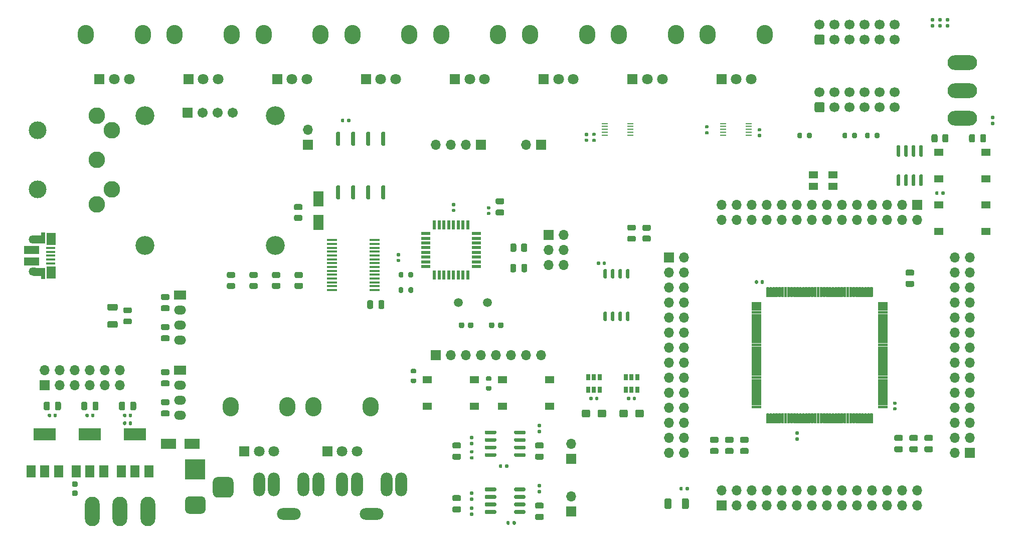
<source format=gbr>
%TF.GenerationSoftware,KiCad,Pcbnew,(5.1.10)-1*%
%TF.CreationDate,2024-11-23T17:23:43+01:00*%
%TF.ProjectId,EFES_project,45464553-5f70-4726-9f6a-6563742e6b69,rev?*%
%TF.SameCoordinates,Original*%
%TF.FileFunction,Soldermask,Top*%
%TF.FilePolarity,Negative*%
%FSLAX46Y46*%
G04 Gerber Fmt 4.6, Leading zero omitted, Abs format (unit mm)*
G04 Created by KiCad (PCBNEW (5.1.10)-1) date 2024-11-23 17:23:43*
%MOMM*%
%LPD*%
G01*
G04 APERTURE LIST*
%ADD10O,1.700000X1.700000*%
%ADD11R,1.700000X1.700000*%
%ADD12C,1.700000*%
%ADD13C,1.500000*%
%ADD14R,1.600000X1.300000*%
%ADD15C,3.204000*%
%ADD16C,1.712000*%
%ADD17R,0.650000X1.060000*%
%ADD18R,1.100000X0.250000*%
%ADD19R,1.500000X2.000000*%
%ADD20R,3.800000X2.000000*%
%ADD21R,2.000000X1.500000*%
%ADD22O,2.000000X1.500000*%
%ADD23R,1.750000X0.450000*%
%ADD24R,1.600000X0.550000*%
%ADD25R,0.550000X1.600000*%
%ADD26R,1.550000X1.300000*%
%ADD27O,5.000000X2.500000*%
%ADD28O,2.500000X5.000000*%
%ADD29O,2.720000X3.240000*%
%ADD30C,1.800000*%
%ADD31R,1.800000X1.800000*%
%ADD32R,2.500000X1.430000*%
%ADD33O,1.700000X1.350000*%
%ADD34O,1.500000X1.100000*%
%ADD35R,1.650000X0.400000*%
%ADD36R,0.700000X1.825000*%
%ADD37R,2.000000X1.350000*%
%ADD38C,2.800000*%
%ADD39C,3.000000*%
%ADD40O,4.000000X2.000000*%
%ADD41O,2.000000X4.000000*%
%ADD42R,3.500000X3.500000*%
%ADD43R,1.800000X2.500000*%
%ADD44R,2.500000X1.800000*%
G04 APERTURE END LIST*
%TO.C,U8*%
G36*
G01*
X160040000Y-116505000D02*
X160040000Y-116805000D01*
G75*
G02*
X159890000Y-116955000I-150000J0D01*
G01*
X158240000Y-116955000D01*
G75*
G02*
X158090000Y-116805000I0J150000D01*
G01*
X158090000Y-116505000D01*
G75*
G02*
X158240000Y-116355000I150000J0D01*
G01*
X159890000Y-116355000D01*
G75*
G02*
X160040000Y-116505000I0J-150000D01*
G01*
G37*
G36*
G01*
X160040000Y-115235000D02*
X160040000Y-115535000D01*
G75*
G02*
X159890000Y-115685000I-150000J0D01*
G01*
X158240000Y-115685000D01*
G75*
G02*
X158090000Y-115535000I0J150000D01*
G01*
X158090000Y-115235000D01*
G75*
G02*
X158240000Y-115085000I150000J0D01*
G01*
X159890000Y-115085000D01*
G75*
G02*
X160040000Y-115235000I0J-150000D01*
G01*
G37*
G36*
G01*
X160040000Y-113965000D02*
X160040000Y-114265000D01*
G75*
G02*
X159890000Y-114415000I-150000J0D01*
G01*
X158240000Y-114415000D01*
G75*
G02*
X158090000Y-114265000I0J150000D01*
G01*
X158090000Y-113965000D01*
G75*
G02*
X158240000Y-113815000I150000J0D01*
G01*
X159890000Y-113815000D01*
G75*
G02*
X160040000Y-113965000I0J-150000D01*
G01*
G37*
G36*
G01*
X160040000Y-112695000D02*
X160040000Y-112995000D01*
G75*
G02*
X159890000Y-113145000I-150000J0D01*
G01*
X158240000Y-113145000D01*
G75*
G02*
X158090000Y-112995000I0J150000D01*
G01*
X158090000Y-112695000D01*
G75*
G02*
X158240000Y-112545000I150000J0D01*
G01*
X159890000Y-112545000D01*
G75*
G02*
X160040000Y-112695000I0J-150000D01*
G01*
G37*
G36*
G01*
X164990000Y-112695000D02*
X164990000Y-112995000D01*
G75*
G02*
X164840000Y-113145000I-150000J0D01*
G01*
X163190000Y-113145000D01*
G75*
G02*
X163040000Y-112995000I0J150000D01*
G01*
X163040000Y-112695000D01*
G75*
G02*
X163190000Y-112545000I150000J0D01*
G01*
X164840000Y-112545000D01*
G75*
G02*
X164990000Y-112695000I0J-150000D01*
G01*
G37*
G36*
G01*
X164990000Y-113965000D02*
X164990000Y-114265000D01*
G75*
G02*
X164840000Y-114415000I-150000J0D01*
G01*
X163190000Y-114415000D01*
G75*
G02*
X163040000Y-114265000I0J150000D01*
G01*
X163040000Y-113965000D01*
G75*
G02*
X163190000Y-113815000I150000J0D01*
G01*
X164840000Y-113815000D01*
G75*
G02*
X164990000Y-113965000I0J-150000D01*
G01*
G37*
G36*
G01*
X164990000Y-115235000D02*
X164990000Y-115535000D01*
G75*
G02*
X164840000Y-115685000I-150000J0D01*
G01*
X163190000Y-115685000D01*
G75*
G02*
X163040000Y-115535000I0J150000D01*
G01*
X163040000Y-115235000D01*
G75*
G02*
X163190000Y-115085000I150000J0D01*
G01*
X164840000Y-115085000D01*
G75*
G02*
X164990000Y-115235000I0J-150000D01*
G01*
G37*
G36*
G01*
X164990000Y-116505000D02*
X164990000Y-116805000D01*
G75*
G02*
X164840000Y-116955000I-150000J0D01*
G01*
X163190000Y-116955000D01*
G75*
G02*
X163040000Y-116805000I0J150000D01*
G01*
X163040000Y-116505000D01*
G75*
G02*
X163190000Y-116355000I150000J0D01*
G01*
X164840000Y-116355000D01*
G75*
G02*
X164990000Y-116505000I0J-150000D01*
G01*
G37*
%TD*%
%TO.C,U7*%
G36*
G01*
X160040000Y-106865000D02*
X160040000Y-107165000D01*
G75*
G02*
X159890000Y-107315000I-150000J0D01*
G01*
X158240000Y-107315000D01*
G75*
G02*
X158090000Y-107165000I0J150000D01*
G01*
X158090000Y-106865000D01*
G75*
G02*
X158240000Y-106715000I150000J0D01*
G01*
X159890000Y-106715000D01*
G75*
G02*
X160040000Y-106865000I0J-150000D01*
G01*
G37*
G36*
G01*
X160040000Y-105595000D02*
X160040000Y-105895000D01*
G75*
G02*
X159890000Y-106045000I-150000J0D01*
G01*
X158240000Y-106045000D01*
G75*
G02*
X158090000Y-105895000I0J150000D01*
G01*
X158090000Y-105595000D01*
G75*
G02*
X158240000Y-105445000I150000J0D01*
G01*
X159890000Y-105445000D01*
G75*
G02*
X160040000Y-105595000I0J-150000D01*
G01*
G37*
G36*
G01*
X160040000Y-104325000D02*
X160040000Y-104625000D01*
G75*
G02*
X159890000Y-104775000I-150000J0D01*
G01*
X158240000Y-104775000D01*
G75*
G02*
X158090000Y-104625000I0J150000D01*
G01*
X158090000Y-104325000D01*
G75*
G02*
X158240000Y-104175000I150000J0D01*
G01*
X159890000Y-104175000D01*
G75*
G02*
X160040000Y-104325000I0J-150000D01*
G01*
G37*
G36*
G01*
X160040000Y-103055000D02*
X160040000Y-103355000D01*
G75*
G02*
X159890000Y-103505000I-150000J0D01*
G01*
X158240000Y-103505000D01*
G75*
G02*
X158090000Y-103355000I0J150000D01*
G01*
X158090000Y-103055000D01*
G75*
G02*
X158240000Y-102905000I150000J0D01*
G01*
X159890000Y-102905000D01*
G75*
G02*
X160040000Y-103055000I0J-150000D01*
G01*
G37*
G36*
G01*
X164990000Y-103055000D02*
X164990000Y-103355000D01*
G75*
G02*
X164840000Y-103505000I-150000J0D01*
G01*
X163190000Y-103505000D01*
G75*
G02*
X163040000Y-103355000I0J150000D01*
G01*
X163040000Y-103055000D01*
G75*
G02*
X163190000Y-102905000I150000J0D01*
G01*
X164840000Y-102905000D01*
G75*
G02*
X164990000Y-103055000I0J-150000D01*
G01*
G37*
G36*
G01*
X164990000Y-104325000D02*
X164990000Y-104625000D01*
G75*
G02*
X164840000Y-104775000I-150000J0D01*
G01*
X163190000Y-104775000D01*
G75*
G02*
X163040000Y-104625000I0J150000D01*
G01*
X163040000Y-104325000D01*
G75*
G02*
X163190000Y-104175000I150000J0D01*
G01*
X164840000Y-104175000D01*
G75*
G02*
X164990000Y-104325000I0J-150000D01*
G01*
G37*
G36*
G01*
X164990000Y-105595000D02*
X164990000Y-105895000D01*
G75*
G02*
X164840000Y-106045000I-150000J0D01*
G01*
X163190000Y-106045000D01*
G75*
G02*
X163040000Y-105895000I0J150000D01*
G01*
X163040000Y-105595000D01*
G75*
G02*
X163190000Y-105445000I150000J0D01*
G01*
X164840000Y-105445000D01*
G75*
G02*
X164990000Y-105595000I0J-150000D01*
G01*
G37*
G36*
G01*
X164990000Y-106865000D02*
X164990000Y-107165000D01*
G75*
G02*
X164840000Y-107315000I-150000J0D01*
G01*
X163190000Y-107315000D01*
G75*
G02*
X163040000Y-107165000I0J150000D01*
G01*
X163040000Y-106865000D01*
G75*
G02*
X163190000Y-106715000I150000J0D01*
G01*
X164840000Y-106715000D01*
G75*
G02*
X164990000Y-106865000I0J-150000D01*
G01*
G37*
%TD*%
%TO.C,U13*%
G36*
G01*
X231615000Y-59610000D02*
X231915000Y-59610000D01*
G75*
G02*
X232065000Y-59760000I0J-150000D01*
G01*
X232065000Y-61410000D01*
G75*
G02*
X231915000Y-61560000I-150000J0D01*
G01*
X231615000Y-61560000D01*
G75*
G02*
X231465000Y-61410000I0J150000D01*
G01*
X231465000Y-59760000D01*
G75*
G02*
X231615000Y-59610000I150000J0D01*
G01*
G37*
G36*
G01*
X230345000Y-59610000D02*
X230645000Y-59610000D01*
G75*
G02*
X230795000Y-59760000I0J-150000D01*
G01*
X230795000Y-61410000D01*
G75*
G02*
X230645000Y-61560000I-150000J0D01*
G01*
X230345000Y-61560000D01*
G75*
G02*
X230195000Y-61410000I0J150000D01*
G01*
X230195000Y-59760000D01*
G75*
G02*
X230345000Y-59610000I150000J0D01*
G01*
G37*
G36*
G01*
X229075000Y-59610000D02*
X229375000Y-59610000D01*
G75*
G02*
X229525000Y-59760000I0J-150000D01*
G01*
X229525000Y-61410000D01*
G75*
G02*
X229375000Y-61560000I-150000J0D01*
G01*
X229075000Y-61560000D01*
G75*
G02*
X228925000Y-61410000I0J150000D01*
G01*
X228925000Y-59760000D01*
G75*
G02*
X229075000Y-59610000I150000J0D01*
G01*
G37*
G36*
G01*
X227805000Y-59610000D02*
X228105000Y-59610000D01*
G75*
G02*
X228255000Y-59760000I0J-150000D01*
G01*
X228255000Y-61410000D01*
G75*
G02*
X228105000Y-61560000I-150000J0D01*
G01*
X227805000Y-61560000D01*
G75*
G02*
X227655000Y-61410000I0J150000D01*
G01*
X227655000Y-59760000D01*
G75*
G02*
X227805000Y-59610000I150000J0D01*
G01*
G37*
G36*
G01*
X227805000Y-54660000D02*
X228105000Y-54660000D01*
G75*
G02*
X228255000Y-54810000I0J-150000D01*
G01*
X228255000Y-56460000D01*
G75*
G02*
X228105000Y-56610000I-150000J0D01*
G01*
X227805000Y-56610000D01*
G75*
G02*
X227655000Y-56460000I0J150000D01*
G01*
X227655000Y-54810000D01*
G75*
G02*
X227805000Y-54660000I150000J0D01*
G01*
G37*
G36*
G01*
X229075000Y-54660000D02*
X229375000Y-54660000D01*
G75*
G02*
X229525000Y-54810000I0J-150000D01*
G01*
X229525000Y-56460000D01*
G75*
G02*
X229375000Y-56610000I-150000J0D01*
G01*
X229075000Y-56610000D01*
G75*
G02*
X228925000Y-56460000I0J150000D01*
G01*
X228925000Y-54810000D01*
G75*
G02*
X229075000Y-54660000I150000J0D01*
G01*
G37*
G36*
G01*
X230345000Y-54660000D02*
X230645000Y-54660000D01*
G75*
G02*
X230795000Y-54810000I0J-150000D01*
G01*
X230795000Y-56460000D01*
G75*
G02*
X230645000Y-56610000I-150000J0D01*
G01*
X230345000Y-56610000D01*
G75*
G02*
X230195000Y-56460000I0J150000D01*
G01*
X230195000Y-54810000D01*
G75*
G02*
X230345000Y-54660000I150000J0D01*
G01*
G37*
G36*
G01*
X231615000Y-54660000D02*
X231915000Y-54660000D01*
G75*
G02*
X232065000Y-54810000I0J-150000D01*
G01*
X232065000Y-56460000D01*
G75*
G02*
X231915000Y-56610000I-150000J0D01*
G01*
X231615000Y-56610000D01*
G75*
G02*
X231465000Y-56460000I0J150000D01*
G01*
X231465000Y-54810000D01*
G75*
G02*
X231615000Y-54660000I150000J0D01*
G01*
G37*
%TD*%
D10*
%TO.C,J14*%
X171450000Y-74930000D03*
X168910000Y-74930000D03*
X171450000Y-72390000D03*
X168910000Y-72390000D03*
X171450000Y-69850000D03*
D11*
X168910000Y-69850000D03*
%TD*%
D12*
%TO.C,J7*%
X227330000Y-34290000D03*
X224790000Y-34290000D03*
X222250000Y-34290000D03*
X219710000Y-34290000D03*
X217170000Y-34290000D03*
X214630000Y-34290000D03*
X227330000Y-36830000D03*
X224790000Y-36830000D03*
X222250000Y-36830000D03*
X219710000Y-36830000D03*
X217170000Y-36830000D03*
G36*
G01*
X215230000Y-37680000D02*
X214030000Y-37680000D01*
G75*
G02*
X213780000Y-37430000I0J250000D01*
G01*
X213780000Y-36230000D01*
G75*
G02*
X214030000Y-35980000I250000J0D01*
G01*
X215230000Y-35980000D01*
G75*
G02*
X215480000Y-36230000I0J-250000D01*
G01*
X215480000Y-37430000D01*
G75*
G02*
X215230000Y-37680000I-250000J0D01*
G01*
G37*
%TD*%
%TO.C,J5*%
X227330000Y-45720000D03*
X224790000Y-45720000D03*
X222250000Y-45720000D03*
X219710000Y-45720000D03*
X217170000Y-45720000D03*
X214630000Y-45720000D03*
X227330000Y-48260000D03*
X224790000Y-48260000D03*
X222250000Y-48260000D03*
X219710000Y-48260000D03*
X217170000Y-48260000D03*
G36*
G01*
X215230000Y-49110000D02*
X214030000Y-49110000D01*
G75*
G02*
X213780000Y-48860000I0J250000D01*
G01*
X213780000Y-47660000D01*
G75*
G02*
X214030000Y-47410000I250000J0D01*
G01*
X215230000Y-47410000D01*
G75*
G02*
X215480000Y-47660000I0J-250000D01*
G01*
X215480000Y-48860000D01*
G75*
G02*
X215230000Y-49110000I-250000J0D01*
G01*
G37*
%TD*%
D10*
%TO.C,J4*%
X191770000Y-106680000D03*
X189230000Y-106680000D03*
X191770000Y-104140000D03*
X189230000Y-104140000D03*
X191770000Y-101600000D03*
X189230000Y-101600000D03*
X191770000Y-99060000D03*
X189230000Y-99060000D03*
X191770000Y-96520000D03*
X189230000Y-96520000D03*
X191770000Y-93980000D03*
X189230000Y-93980000D03*
X191770000Y-91440000D03*
X189230000Y-91440000D03*
X191770000Y-88900000D03*
X189230000Y-88900000D03*
X191770000Y-86360000D03*
X189230000Y-86360000D03*
X191770000Y-83820000D03*
X189230000Y-83820000D03*
X191770000Y-81280000D03*
X189230000Y-81280000D03*
X191770000Y-78740000D03*
X189230000Y-78740000D03*
X191770000Y-76200000D03*
X189230000Y-76200000D03*
X191770000Y-73660000D03*
D11*
X189230000Y-73660000D03*
%TD*%
D13*
%TO.C,Y1*%
X158570000Y-81280000D03*
X153670000Y-81280000D03*
%TD*%
D14*
%TO.C,X1*%
X213605000Y-59650000D03*
X216905000Y-59650000D03*
X216905000Y-61650000D03*
X213605000Y-61650000D03*
%TD*%
D15*
%TO.C,U18*%
X100750000Y-71650000D03*
X122750000Y-71650000D03*
X122750000Y-49650000D03*
X100750000Y-49650000D03*
D16*
X115560000Y-49150000D03*
X113020000Y-49150000D03*
X110480000Y-49150000D03*
G36*
G01*
X107084000Y-49904000D02*
X107084000Y-48396000D01*
G75*
G02*
X107186000Y-48294000I102000J0D01*
G01*
X108694000Y-48294000D01*
G75*
G02*
X108796000Y-48396000I0J-102000D01*
G01*
X108796000Y-49904000D01*
G75*
G02*
X108694000Y-50006000I-102000J0D01*
G01*
X107186000Y-50006000D01*
G75*
G02*
X107084000Y-49904000I0J102000D01*
G01*
G37*
%TD*%
%TO.C,U17*%
G36*
G01*
X133502500Y-54760000D02*
X133177500Y-54760000D01*
G75*
G02*
X133015000Y-54597500I0J162500D01*
G01*
X133015000Y-52572500D01*
G75*
G02*
X133177500Y-52410000I162500J0D01*
G01*
X133502500Y-52410000D01*
G75*
G02*
X133665000Y-52572500I0J-162500D01*
G01*
X133665000Y-54597500D01*
G75*
G02*
X133502500Y-54760000I-162500J0D01*
G01*
G37*
G36*
G01*
X136042500Y-54760000D02*
X135717500Y-54760000D01*
G75*
G02*
X135555000Y-54597500I0J162500D01*
G01*
X135555000Y-52572500D01*
G75*
G02*
X135717500Y-52410000I162500J0D01*
G01*
X136042500Y-52410000D01*
G75*
G02*
X136205000Y-52572500I0J-162500D01*
G01*
X136205000Y-54597500D01*
G75*
G02*
X136042500Y-54760000I-162500J0D01*
G01*
G37*
G36*
G01*
X138582500Y-54760000D02*
X138257500Y-54760000D01*
G75*
G02*
X138095000Y-54597500I0J162500D01*
G01*
X138095000Y-52572500D01*
G75*
G02*
X138257500Y-52410000I162500J0D01*
G01*
X138582500Y-52410000D01*
G75*
G02*
X138745000Y-52572500I0J-162500D01*
G01*
X138745000Y-54597500D01*
G75*
G02*
X138582500Y-54760000I-162500J0D01*
G01*
G37*
G36*
G01*
X141122500Y-54760000D02*
X140797500Y-54760000D01*
G75*
G02*
X140635000Y-54597500I0J162500D01*
G01*
X140635000Y-52572500D01*
G75*
G02*
X140797500Y-52410000I162500J0D01*
G01*
X141122500Y-52410000D01*
G75*
G02*
X141285000Y-52572500I0J-162500D01*
G01*
X141285000Y-54597500D01*
G75*
G02*
X141122500Y-54760000I-162500J0D01*
G01*
G37*
G36*
G01*
X141122500Y-63810000D02*
X140797500Y-63810000D01*
G75*
G02*
X140635000Y-63647500I0J162500D01*
G01*
X140635000Y-61622500D01*
G75*
G02*
X140797500Y-61460000I162500J0D01*
G01*
X141122500Y-61460000D01*
G75*
G02*
X141285000Y-61622500I0J-162500D01*
G01*
X141285000Y-63647500D01*
G75*
G02*
X141122500Y-63810000I-162500J0D01*
G01*
G37*
G36*
G01*
X138582500Y-63810000D02*
X138257500Y-63810000D01*
G75*
G02*
X138095000Y-63647500I0J162500D01*
G01*
X138095000Y-61622500D01*
G75*
G02*
X138257500Y-61460000I162500J0D01*
G01*
X138582500Y-61460000D01*
G75*
G02*
X138745000Y-61622500I0J-162500D01*
G01*
X138745000Y-63647500D01*
G75*
G02*
X138582500Y-63810000I-162500J0D01*
G01*
G37*
G36*
G01*
X136042500Y-63810000D02*
X135717500Y-63810000D01*
G75*
G02*
X135555000Y-63647500I0J162500D01*
G01*
X135555000Y-61622500D01*
G75*
G02*
X135717500Y-61460000I162500J0D01*
G01*
X136042500Y-61460000D01*
G75*
G02*
X136205000Y-61622500I0J-162500D01*
G01*
X136205000Y-63647500D01*
G75*
G02*
X136042500Y-63810000I-162500J0D01*
G01*
G37*
G36*
G01*
X133502500Y-63810000D02*
X133177500Y-63810000D01*
G75*
G02*
X133015000Y-63647500I0J162500D01*
G01*
X133015000Y-61622500D01*
G75*
G02*
X133177500Y-61460000I162500J0D01*
G01*
X133502500Y-61460000D01*
G75*
G02*
X133665000Y-61622500I0J-162500D01*
G01*
X133665000Y-63647500D01*
G75*
G02*
X133502500Y-63810000I-162500J0D01*
G01*
G37*
%TD*%
D17*
%TO.C,U16*%
X182870000Y-93840000D03*
X181920000Y-93840000D03*
X183820000Y-93840000D03*
X183820000Y-96040000D03*
X182870000Y-96040000D03*
X181920000Y-96040000D03*
%TD*%
%TO.C,U15*%
X176520000Y-93840000D03*
X175570000Y-93840000D03*
X177470000Y-93840000D03*
X177470000Y-96040000D03*
X176520000Y-96040000D03*
X175570000Y-96040000D03*
%TD*%
%TO.C,U14*%
G36*
G01*
X178585000Y-77210000D02*
X178285000Y-77210000D01*
G75*
G02*
X178135000Y-77060000I0J150000D01*
G01*
X178135000Y-75760000D01*
G75*
G02*
X178285000Y-75610000I150000J0D01*
G01*
X178585000Y-75610000D01*
G75*
G02*
X178735000Y-75760000I0J-150000D01*
G01*
X178735000Y-77060000D01*
G75*
G02*
X178585000Y-77210000I-150000J0D01*
G01*
G37*
G36*
G01*
X179855000Y-77210000D02*
X179555000Y-77210000D01*
G75*
G02*
X179405000Y-77060000I0J150000D01*
G01*
X179405000Y-75760000D01*
G75*
G02*
X179555000Y-75610000I150000J0D01*
G01*
X179855000Y-75610000D01*
G75*
G02*
X180005000Y-75760000I0J-150000D01*
G01*
X180005000Y-77060000D01*
G75*
G02*
X179855000Y-77210000I-150000J0D01*
G01*
G37*
G36*
G01*
X181125000Y-77210000D02*
X180825000Y-77210000D01*
G75*
G02*
X180675000Y-77060000I0J150000D01*
G01*
X180675000Y-75760000D01*
G75*
G02*
X180825000Y-75610000I150000J0D01*
G01*
X181125000Y-75610000D01*
G75*
G02*
X181275000Y-75760000I0J-150000D01*
G01*
X181275000Y-77060000D01*
G75*
G02*
X181125000Y-77210000I-150000J0D01*
G01*
G37*
G36*
G01*
X182395000Y-77210000D02*
X182095000Y-77210000D01*
G75*
G02*
X181945000Y-77060000I0J150000D01*
G01*
X181945000Y-75760000D01*
G75*
G02*
X182095000Y-75610000I150000J0D01*
G01*
X182395000Y-75610000D01*
G75*
G02*
X182545000Y-75760000I0J-150000D01*
G01*
X182545000Y-77060000D01*
G75*
G02*
X182395000Y-77210000I-150000J0D01*
G01*
G37*
G36*
G01*
X182395000Y-84410000D02*
X182095000Y-84410000D01*
G75*
G02*
X181945000Y-84260000I0J150000D01*
G01*
X181945000Y-82960000D01*
G75*
G02*
X182095000Y-82810000I150000J0D01*
G01*
X182395000Y-82810000D01*
G75*
G02*
X182545000Y-82960000I0J-150000D01*
G01*
X182545000Y-84260000D01*
G75*
G02*
X182395000Y-84410000I-150000J0D01*
G01*
G37*
G36*
G01*
X181125000Y-84410000D02*
X180825000Y-84410000D01*
G75*
G02*
X180675000Y-84260000I0J150000D01*
G01*
X180675000Y-82960000D01*
G75*
G02*
X180825000Y-82810000I150000J0D01*
G01*
X181125000Y-82810000D01*
G75*
G02*
X181275000Y-82960000I0J-150000D01*
G01*
X181275000Y-84260000D01*
G75*
G02*
X181125000Y-84410000I-150000J0D01*
G01*
G37*
G36*
G01*
X179855000Y-84410000D02*
X179555000Y-84410000D01*
G75*
G02*
X179405000Y-84260000I0J150000D01*
G01*
X179405000Y-82960000D01*
G75*
G02*
X179555000Y-82810000I150000J0D01*
G01*
X179855000Y-82810000D01*
G75*
G02*
X180005000Y-82960000I0J-150000D01*
G01*
X180005000Y-84260000D01*
G75*
G02*
X179855000Y-84410000I-150000J0D01*
G01*
G37*
G36*
G01*
X178585000Y-84410000D02*
X178285000Y-84410000D01*
G75*
G02*
X178135000Y-84260000I0J150000D01*
G01*
X178135000Y-82960000D01*
G75*
G02*
X178285000Y-82810000I150000J0D01*
G01*
X178585000Y-82810000D01*
G75*
G02*
X178735000Y-82960000I0J-150000D01*
G01*
X178735000Y-84260000D01*
G75*
G02*
X178585000Y-84410000I-150000J0D01*
G01*
G37*
%TD*%
D18*
%TO.C,U12*%
X198350000Y-53000000D03*
X198350000Y-52500000D03*
X198350000Y-52000000D03*
X198350000Y-51500000D03*
X198350000Y-51000000D03*
X202650000Y-51000000D03*
X202650000Y-51500000D03*
X202650000Y-52000000D03*
X202650000Y-52500000D03*
X202650000Y-53000000D03*
%TD*%
%TO.C,U11*%
X178350000Y-53000000D03*
X178350000Y-52500000D03*
X178350000Y-52000000D03*
X178350000Y-51500000D03*
X178350000Y-51000000D03*
X182650000Y-51000000D03*
X182650000Y-51500000D03*
X182650000Y-52000000D03*
X182650000Y-52500000D03*
X182650000Y-53000000D03*
%TD*%
D19*
%TO.C,U10*%
X81520000Y-109830000D03*
X86120000Y-109830000D03*
X83820000Y-109830000D03*
D20*
X83820000Y-103530000D03*
%TD*%
D19*
%TO.C,U9*%
X89140000Y-109830000D03*
X93740000Y-109830000D03*
X91440000Y-109830000D03*
D20*
X91440000Y-103530000D03*
%TD*%
D21*
%TO.C,U6*%
X106680000Y-80010000D03*
D22*
X106680000Y-82550000D03*
X106680000Y-85090000D03*
X106680000Y-87630000D03*
%TD*%
D21*
%TO.C,U5*%
X106680000Y-92710000D03*
D22*
X106680000Y-95250000D03*
X106680000Y-97790000D03*
X106680000Y-100330000D03*
%TD*%
D19*
%TO.C,U4*%
X96760000Y-109830000D03*
X101360000Y-109830000D03*
X99060000Y-109830000D03*
D20*
X99060000Y-103530000D03*
%TD*%
D23*
%TO.C,U3*%
X132290000Y-79155000D03*
X132290000Y-78505000D03*
X132290000Y-77855000D03*
X132290000Y-77205000D03*
X132290000Y-76555000D03*
X132290000Y-75905000D03*
X132290000Y-75255000D03*
X132290000Y-74605000D03*
X132290000Y-73955000D03*
X132290000Y-73305000D03*
X132290000Y-72655000D03*
X132290000Y-72005000D03*
X132290000Y-71355000D03*
X132290000Y-70705000D03*
X139490000Y-70705000D03*
X139490000Y-71355000D03*
X139490000Y-72005000D03*
X139490000Y-72655000D03*
X139490000Y-73305000D03*
X139490000Y-73955000D03*
X139490000Y-74605000D03*
X139490000Y-75255000D03*
X139490000Y-75905000D03*
X139490000Y-76555000D03*
X139490000Y-77205000D03*
X139490000Y-77855000D03*
X139490000Y-78505000D03*
X139490000Y-79155000D03*
%TD*%
D24*
%TO.C,U2*%
X148150000Y-75190000D03*
X148150000Y-74390000D03*
X148150000Y-73590000D03*
X148150000Y-72790000D03*
X148150000Y-71990000D03*
X148150000Y-71190000D03*
X148150000Y-70390000D03*
X148150000Y-69590000D03*
D25*
X149600000Y-68140000D03*
X150400000Y-68140000D03*
X151200000Y-68140000D03*
X152000000Y-68140000D03*
X152800000Y-68140000D03*
X153600000Y-68140000D03*
X154400000Y-68140000D03*
X155200000Y-68140000D03*
D24*
X156650000Y-69590000D03*
X156650000Y-70390000D03*
X156650000Y-71190000D03*
X156650000Y-71990000D03*
X156650000Y-72790000D03*
X156650000Y-73590000D03*
X156650000Y-74390000D03*
X156650000Y-75190000D03*
D25*
X155200000Y-76640000D03*
X154400000Y-76640000D03*
X153600000Y-76640000D03*
X152800000Y-76640000D03*
X152000000Y-76640000D03*
X151200000Y-76640000D03*
X150400000Y-76640000D03*
X149600000Y-76640000D03*
%TD*%
%TO.C,U1*%
G36*
G01*
X223198500Y-100003000D02*
X223561500Y-100003000D01*
G75*
G02*
X223622000Y-100063500I0J-60500D01*
G01*
X223622000Y-101616500D01*
G75*
G02*
X223561500Y-101677000I-60500J0D01*
G01*
X223198500Y-101677000D01*
G75*
G02*
X223138000Y-101616500I0J60500D01*
G01*
X223138000Y-100063500D01*
G75*
G02*
X223198500Y-100003000I60500J0D01*
G01*
G37*
G36*
G01*
X222698500Y-100003000D02*
X223061500Y-100003000D01*
G75*
G02*
X223122000Y-100063500I0J-60500D01*
G01*
X223122000Y-101616500D01*
G75*
G02*
X223061500Y-101677000I-60500J0D01*
G01*
X222698500Y-101677000D01*
G75*
G02*
X222638000Y-101616500I0J60500D01*
G01*
X222638000Y-100063500D01*
G75*
G02*
X222698500Y-100003000I60500J0D01*
G01*
G37*
G36*
G01*
X222198500Y-100003000D02*
X222561500Y-100003000D01*
G75*
G02*
X222622000Y-100063500I0J-60500D01*
G01*
X222622000Y-101616500D01*
G75*
G02*
X222561500Y-101677000I-60500J0D01*
G01*
X222198500Y-101677000D01*
G75*
G02*
X222138000Y-101616500I0J60500D01*
G01*
X222138000Y-100063500D01*
G75*
G02*
X222198500Y-100003000I60500J0D01*
G01*
G37*
G36*
G01*
X221698500Y-100003000D02*
X222061500Y-100003000D01*
G75*
G02*
X222122000Y-100063500I0J-60500D01*
G01*
X222122000Y-101616500D01*
G75*
G02*
X222061500Y-101677000I-60500J0D01*
G01*
X221698500Y-101677000D01*
G75*
G02*
X221638000Y-101616500I0J60500D01*
G01*
X221638000Y-100063500D01*
G75*
G02*
X221698500Y-100003000I60500J0D01*
G01*
G37*
G36*
G01*
X221198500Y-100003000D02*
X221561500Y-100003000D01*
G75*
G02*
X221622000Y-100063500I0J-60500D01*
G01*
X221622000Y-101616500D01*
G75*
G02*
X221561500Y-101677000I-60500J0D01*
G01*
X221198500Y-101677000D01*
G75*
G02*
X221138000Y-101616500I0J60500D01*
G01*
X221138000Y-100063500D01*
G75*
G02*
X221198500Y-100003000I60500J0D01*
G01*
G37*
G36*
G01*
X220698500Y-100003000D02*
X221061500Y-100003000D01*
G75*
G02*
X221122000Y-100063500I0J-60500D01*
G01*
X221122000Y-101616500D01*
G75*
G02*
X221061500Y-101677000I-60500J0D01*
G01*
X220698500Y-101677000D01*
G75*
G02*
X220638000Y-101616500I0J60500D01*
G01*
X220638000Y-100063500D01*
G75*
G02*
X220698500Y-100003000I60500J0D01*
G01*
G37*
G36*
G01*
X220198500Y-100003000D02*
X220561500Y-100003000D01*
G75*
G02*
X220622000Y-100063500I0J-60500D01*
G01*
X220622000Y-101616500D01*
G75*
G02*
X220561500Y-101677000I-60500J0D01*
G01*
X220198500Y-101677000D01*
G75*
G02*
X220138000Y-101616500I0J60500D01*
G01*
X220138000Y-100063500D01*
G75*
G02*
X220198500Y-100003000I60500J0D01*
G01*
G37*
G36*
G01*
X219698500Y-100003000D02*
X220061500Y-100003000D01*
G75*
G02*
X220122000Y-100063500I0J-60500D01*
G01*
X220122000Y-101616500D01*
G75*
G02*
X220061500Y-101677000I-60500J0D01*
G01*
X219698500Y-101677000D01*
G75*
G02*
X219638000Y-101616500I0J60500D01*
G01*
X219638000Y-100063500D01*
G75*
G02*
X219698500Y-100003000I60500J0D01*
G01*
G37*
G36*
G01*
X219198500Y-100003000D02*
X219561500Y-100003000D01*
G75*
G02*
X219622000Y-100063500I0J-60500D01*
G01*
X219622000Y-101616500D01*
G75*
G02*
X219561500Y-101677000I-60500J0D01*
G01*
X219198500Y-101677000D01*
G75*
G02*
X219138000Y-101616500I0J60500D01*
G01*
X219138000Y-100063500D01*
G75*
G02*
X219198500Y-100003000I60500J0D01*
G01*
G37*
G36*
G01*
X218698500Y-100003000D02*
X219061500Y-100003000D01*
G75*
G02*
X219122000Y-100063500I0J-60500D01*
G01*
X219122000Y-101616500D01*
G75*
G02*
X219061500Y-101677000I-60500J0D01*
G01*
X218698500Y-101677000D01*
G75*
G02*
X218638000Y-101616500I0J60500D01*
G01*
X218638000Y-100063500D01*
G75*
G02*
X218698500Y-100003000I60500J0D01*
G01*
G37*
G36*
G01*
X218198500Y-100003000D02*
X218561500Y-100003000D01*
G75*
G02*
X218622000Y-100063500I0J-60500D01*
G01*
X218622000Y-101616500D01*
G75*
G02*
X218561500Y-101677000I-60500J0D01*
G01*
X218198500Y-101677000D01*
G75*
G02*
X218138000Y-101616500I0J60500D01*
G01*
X218138000Y-100063500D01*
G75*
G02*
X218198500Y-100003000I60500J0D01*
G01*
G37*
G36*
G01*
X217698500Y-100003000D02*
X218061500Y-100003000D01*
G75*
G02*
X218122000Y-100063500I0J-60500D01*
G01*
X218122000Y-101616500D01*
G75*
G02*
X218061500Y-101677000I-60500J0D01*
G01*
X217698500Y-101677000D01*
G75*
G02*
X217638000Y-101616500I0J60500D01*
G01*
X217638000Y-100063500D01*
G75*
G02*
X217698500Y-100003000I60500J0D01*
G01*
G37*
G36*
G01*
X217198500Y-100003000D02*
X217561500Y-100003000D01*
G75*
G02*
X217622000Y-100063500I0J-60500D01*
G01*
X217622000Y-101616500D01*
G75*
G02*
X217561500Y-101677000I-60500J0D01*
G01*
X217198500Y-101677000D01*
G75*
G02*
X217138000Y-101616500I0J60500D01*
G01*
X217138000Y-100063500D01*
G75*
G02*
X217198500Y-100003000I60500J0D01*
G01*
G37*
G36*
G01*
X216698500Y-100003000D02*
X217061500Y-100003000D01*
G75*
G02*
X217122000Y-100063500I0J-60500D01*
G01*
X217122000Y-101616500D01*
G75*
G02*
X217061500Y-101677000I-60500J0D01*
G01*
X216698500Y-101677000D01*
G75*
G02*
X216638000Y-101616500I0J60500D01*
G01*
X216638000Y-100063500D01*
G75*
G02*
X216698500Y-100003000I60500J0D01*
G01*
G37*
G36*
G01*
X216198500Y-100003000D02*
X216561500Y-100003000D01*
G75*
G02*
X216622000Y-100063500I0J-60500D01*
G01*
X216622000Y-101616500D01*
G75*
G02*
X216561500Y-101677000I-60500J0D01*
G01*
X216198500Y-101677000D01*
G75*
G02*
X216138000Y-101616500I0J60500D01*
G01*
X216138000Y-100063500D01*
G75*
G02*
X216198500Y-100003000I60500J0D01*
G01*
G37*
G36*
G01*
X215698500Y-100003000D02*
X216061500Y-100003000D01*
G75*
G02*
X216122000Y-100063500I0J-60500D01*
G01*
X216122000Y-101616500D01*
G75*
G02*
X216061500Y-101677000I-60500J0D01*
G01*
X215698500Y-101677000D01*
G75*
G02*
X215638000Y-101616500I0J60500D01*
G01*
X215638000Y-100063500D01*
G75*
G02*
X215698500Y-100003000I60500J0D01*
G01*
G37*
G36*
G01*
X215198500Y-100003000D02*
X215561500Y-100003000D01*
G75*
G02*
X215622000Y-100063500I0J-60500D01*
G01*
X215622000Y-101616500D01*
G75*
G02*
X215561500Y-101677000I-60500J0D01*
G01*
X215198500Y-101677000D01*
G75*
G02*
X215138000Y-101616500I0J60500D01*
G01*
X215138000Y-100063500D01*
G75*
G02*
X215198500Y-100003000I60500J0D01*
G01*
G37*
G36*
G01*
X214698500Y-100003000D02*
X215061500Y-100003000D01*
G75*
G02*
X215122000Y-100063500I0J-60500D01*
G01*
X215122000Y-101616500D01*
G75*
G02*
X215061500Y-101677000I-60500J0D01*
G01*
X214698500Y-101677000D01*
G75*
G02*
X214638000Y-101616500I0J60500D01*
G01*
X214638000Y-100063500D01*
G75*
G02*
X214698500Y-100003000I60500J0D01*
G01*
G37*
G36*
G01*
X214198500Y-100003000D02*
X214561500Y-100003000D01*
G75*
G02*
X214622000Y-100063500I0J-60500D01*
G01*
X214622000Y-101616500D01*
G75*
G02*
X214561500Y-101677000I-60500J0D01*
G01*
X214198500Y-101677000D01*
G75*
G02*
X214138000Y-101616500I0J60500D01*
G01*
X214138000Y-100063500D01*
G75*
G02*
X214198500Y-100003000I60500J0D01*
G01*
G37*
G36*
G01*
X213698500Y-100003000D02*
X214061500Y-100003000D01*
G75*
G02*
X214122000Y-100063500I0J-60500D01*
G01*
X214122000Y-101616500D01*
G75*
G02*
X214061500Y-101677000I-60500J0D01*
G01*
X213698500Y-101677000D01*
G75*
G02*
X213638000Y-101616500I0J60500D01*
G01*
X213638000Y-100063500D01*
G75*
G02*
X213698500Y-100003000I60500J0D01*
G01*
G37*
G36*
G01*
X213198500Y-100003000D02*
X213561500Y-100003000D01*
G75*
G02*
X213622000Y-100063500I0J-60500D01*
G01*
X213622000Y-101616500D01*
G75*
G02*
X213561500Y-101677000I-60500J0D01*
G01*
X213198500Y-101677000D01*
G75*
G02*
X213138000Y-101616500I0J60500D01*
G01*
X213138000Y-100063500D01*
G75*
G02*
X213198500Y-100003000I60500J0D01*
G01*
G37*
G36*
G01*
X212698500Y-100003000D02*
X213061500Y-100003000D01*
G75*
G02*
X213122000Y-100063500I0J-60500D01*
G01*
X213122000Y-101616500D01*
G75*
G02*
X213061500Y-101677000I-60500J0D01*
G01*
X212698500Y-101677000D01*
G75*
G02*
X212638000Y-101616500I0J60500D01*
G01*
X212638000Y-100063500D01*
G75*
G02*
X212698500Y-100003000I60500J0D01*
G01*
G37*
G36*
G01*
X212198500Y-100003000D02*
X212561500Y-100003000D01*
G75*
G02*
X212622000Y-100063500I0J-60500D01*
G01*
X212622000Y-101616500D01*
G75*
G02*
X212561500Y-101677000I-60500J0D01*
G01*
X212198500Y-101677000D01*
G75*
G02*
X212138000Y-101616500I0J60500D01*
G01*
X212138000Y-100063500D01*
G75*
G02*
X212198500Y-100003000I60500J0D01*
G01*
G37*
G36*
G01*
X211698500Y-100003000D02*
X212061500Y-100003000D01*
G75*
G02*
X212122000Y-100063500I0J-60500D01*
G01*
X212122000Y-101616500D01*
G75*
G02*
X212061500Y-101677000I-60500J0D01*
G01*
X211698500Y-101677000D01*
G75*
G02*
X211638000Y-101616500I0J60500D01*
G01*
X211638000Y-100063500D01*
G75*
G02*
X211698500Y-100003000I60500J0D01*
G01*
G37*
G36*
G01*
X211198500Y-100003000D02*
X211561500Y-100003000D01*
G75*
G02*
X211622000Y-100063500I0J-60500D01*
G01*
X211622000Y-101616500D01*
G75*
G02*
X211561500Y-101677000I-60500J0D01*
G01*
X211198500Y-101677000D01*
G75*
G02*
X211138000Y-101616500I0J60500D01*
G01*
X211138000Y-100063500D01*
G75*
G02*
X211198500Y-100003000I60500J0D01*
G01*
G37*
G36*
G01*
X210698500Y-100003000D02*
X211061500Y-100003000D01*
G75*
G02*
X211122000Y-100063500I0J-60500D01*
G01*
X211122000Y-101616500D01*
G75*
G02*
X211061500Y-101677000I-60500J0D01*
G01*
X210698500Y-101677000D01*
G75*
G02*
X210638000Y-101616500I0J60500D01*
G01*
X210638000Y-100063500D01*
G75*
G02*
X210698500Y-100003000I60500J0D01*
G01*
G37*
G36*
G01*
X210198500Y-100003000D02*
X210561500Y-100003000D01*
G75*
G02*
X210622000Y-100063500I0J-60500D01*
G01*
X210622000Y-101616500D01*
G75*
G02*
X210561500Y-101677000I-60500J0D01*
G01*
X210198500Y-101677000D01*
G75*
G02*
X210138000Y-101616500I0J60500D01*
G01*
X210138000Y-100063500D01*
G75*
G02*
X210198500Y-100003000I60500J0D01*
G01*
G37*
G36*
G01*
X209698500Y-100003000D02*
X210061500Y-100003000D01*
G75*
G02*
X210122000Y-100063500I0J-60500D01*
G01*
X210122000Y-101616500D01*
G75*
G02*
X210061500Y-101677000I-60500J0D01*
G01*
X209698500Y-101677000D01*
G75*
G02*
X209638000Y-101616500I0J60500D01*
G01*
X209638000Y-100063500D01*
G75*
G02*
X209698500Y-100003000I60500J0D01*
G01*
G37*
G36*
G01*
X209198500Y-100003000D02*
X209561500Y-100003000D01*
G75*
G02*
X209622000Y-100063500I0J-60500D01*
G01*
X209622000Y-101616500D01*
G75*
G02*
X209561500Y-101677000I-60500J0D01*
G01*
X209198500Y-101677000D01*
G75*
G02*
X209138000Y-101616500I0J60500D01*
G01*
X209138000Y-100063500D01*
G75*
G02*
X209198500Y-100003000I60500J0D01*
G01*
G37*
G36*
G01*
X208698500Y-100003000D02*
X209061500Y-100003000D01*
G75*
G02*
X209122000Y-100063500I0J-60500D01*
G01*
X209122000Y-101616500D01*
G75*
G02*
X209061500Y-101677000I-60500J0D01*
G01*
X208698500Y-101677000D01*
G75*
G02*
X208638000Y-101616500I0J60500D01*
G01*
X208638000Y-100063500D01*
G75*
G02*
X208698500Y-100003000I60500J0D01*
G01*
G37*
G36*
G01*
X208198500Y-100003000D02*
X208561500Y-100003000D01*
G75*
G02*
X208622000Y-100063500I0J-60500D01*
G01*
X208622000Y-101616500D01*
G75*
G02*
X208561500Y-101677000I-60500J0D01*
G01*
X208198500Y-101677000D01*
G75*
G02*
X208138000Y-101616500I0J60500D01*
G01*
X208138000Y-100063500D01*
G75*
G02*
X208198500Y-100003000I60500J0D01*
G01*
G37*
G36*
G01*
X207698500Y-100003000D02*
X208061500Y-100003000D01*
G75*
G02*
X208122000Y-100063500I0J-60500D01*
G01*
X208122000Y-101616500D01*
G75*
G02*
X208061500Y-101677000I-60500J0D01*
G01*
X207698500Y-101677000D01*
G75*
G02*
X207638000Y-101616500I0J60500D01*
G01*
X207638000Y-100063500D01*
G75*
G02*
X207698500Y-100003000I60500J0D01*
G01*
G37*
G36*
G01*
X207198500Y-100003000D02*
X207561500Y-100003000D01*
G75*
G02*
X207622000Y-100063500I0J-60500D01*
G01*
X207622000Y-101616500D01*
G75*
G02*
X207561500Y-101677000I-60500J0D01*
G01*
X207198500Y-101677000D01*
G75*
G02*
X207138000Y-101616500I0J60500D01*
G01*
X207138000Y-100063500D01*
G75*
G02*
X207198500Y-100003000I60500J0D01*
G01*
G37*
G36*
G01*
X206698500Y-100003000D02*
X207061500Y-100003000D01*
G75*
G02*
X207122000Y-100063500I0J-60500D01*
G01*
X207122000Y-101616500D01*
G75*
G02*
X207061500Y-101677000I-60500J0D01*
G01*
X206698500Y-101677000D01*
G75*
G02*
X206638000Y-101616500I0J60500D01*
G01*
X206638000Y-100063500D01*
G75*
G02*
X206698500Y-100003000I60500J0D01*
G01*
G37*
G36*
G01*
X206198500Y-100003000D02*
X206561500Y-100003000D01*
G75*
G02*
X206622000Y-100063500I0J-60500D01*
G01*
X206622000Y-101616500D01*
G75*
G02*
X206561500Y-101677000I-60500J0D01*
G01*
X206198500Y-101677000D01*
G75*
G02*
X206138000Y-101616500I0J60500D01*
G01*
X206138000Y-100063500D01*
G75*
G02*
X206198500Y-100003000I60500J0D01*
G01*
G37*
G36*
G01*
X205698500Y-100003000D02*
X206061500Y-100003000D01*
G75*
G02*
X206122000Y-100063500I0J-60500D01*
G01*
X206122000Y-101616500D01*
G75*
G02*
X206061500Y-101677000I-60500J0D01*
G01*
X205698500Y-101677000D01*
G75*
G02*
X205638000Y-101616500I0J60500D01*
G01*
X205638000Y-100063500D01*
G75*
G02*
X205698500Y-100003000I60500J0D01*
G01*
G37*
G36*
G01*
X205698500Y-78663000D02*
X206061500Y-78663000D01*
G75*
G02*
X206122000Y-78723500I0J-60500D01*
G01*
X206122000Y-80276500D01*
G75*
G02*
X206061500Y-80337000I-60500J0D01*
G01*
X205698500Y-80337000D01*
G75*
G02*
X205638000Y-80276500I0J60500D01*
G01*
X205638000Y-78723500D01*
G75*
G02*
X205698500Y-78663000I60500J0D01*
G01*
G37*
G36*
G01*
X206198500Y-78663000D02*
X206561500Y-78663000D01*
G75*
G02*
X206622000Y-78723500I0J-60500D01*
G01*
X206622000Y-80276500D01*
G75*
G02*
X206561500Y-80337000I-60500J0D01*
G01*
X206198500Y-80337000D01*
G75*
G02*
X206138000Y-80276500I0J60500D01*
G01*
X206138000Y-78723500D01*
G75*
G02*
X206198500Y-78663000I60500J0D01*
G01*
G37*
G36*
G01*
X206698500Y-78663000D02*
X207061500Y-78663000D01*
G75*
G02*
X207122000Y-78723500I0J-60500D01*
G01*
X207122000Y-80276500D01*
G75*
G02*
X207061500Y-80337000I-60500J0D01*
G01*
X206698500Y-80337000D01*
G75*
G02*
X206638000Y-80276500I0J60500D01*
G01*
X206638000Y-78723500D01*
G75*
G02*
X206698500Y-78663000I60500J0D01*
G01*
G37*
G36*
G01*
X207198500Y-78663000D02*
X207561500Y-78663000D01*
G75*
G02*
X207622000Y-78723500I0J-60500D01*
G01*
X207622000Y-80276500D01*
G75*
G02*
X207561500Y-80337000I-60500J0D01*
G01*
X207198500Y-80337000D01*
G75*
G02*
X207138000Y-80276500I0J60500D01*
G01*
X207138000Y-78723500D01*
G75*
G02*
X207198500Y-78663000I60500J0D01*
G01*
G37*
G36*
G01*
X207698500Y-78663000D02*
X208061500Y-78663000D01*
G75*
G02*
X208122000Y-78723500I0J-60500D01*
G01*
X208122000Y-80276500D01*
G75*
G02*
X208061500Y-80337000I-60500J0D01*
G01*
X207698500Y-80337000D01*
G75*
G02*
X207638000Y-80276500I0J60500D01*
G01*
X207638000Y-78723500D01*
G75*
G02*
X207698500Y-78663000I60500J0D01*
G01*
G37*
G36*
G01*
X208198500Y-78663000D02*
X208561500Y-78663000D01*
G75*
G02*
X208622000Y-78723500I0J-60500D01*
G01*
X208622000Y-80276500D01*
G75*
G02*
X208561500Y-80337000I-60500J0D01*
G01*
X208198500Y-80337000D01*
G75*
G02*
X208138000Y-80276500I0J60500D01*
G01*
X208138000Y-78723500D01*
G75*
G02*
X208198500Y-78663000I60500J0D01*
G01*
G37*
G36*
G01*
X208698500Y-78663000D02*
X209061500Y-78663000D01*
G75*
G02*
X209122000Y-78723500I0J-60500D01*
G01*
X209122000Y-80276500D01*
G75*
G02*
X209061500Y-80337000I-60500J0D01*
G01*
X208698500Y-80337000D01*
G75*
G02*
X208638000Y-80276500I0J60500D01*
G01*
X208638000Y-78723500D01*
G75*
G02*
X208698500Y-78663000I60500J0D01*
G01*
G37*
G36*
G01*
X209198500Y-78663000D02*
X209561500Y-78663000D01*
G75*
G02*
X209622000Y-78723500I0J-60500D01*
G01*
X209622000Y-80276500D01*
G75*
G02*
X209561500Y-80337000I-60500J0D01*
G01*
X209198500Y-80337000D01*
G75*
G02*
X209138000Y-80276500I0J60500D01*
G01*
X209138000Y-78723500D01*
G75*
G02*
X209198500Y-78663000I60500J0D01*
G01*
G37*
G36*
G01*
X209698500Y-78663000D02*
X210061500Y-78663000D01*
G75*
G02*
X210122000Y-78723500I0J-60500D01*
G01*
X210122000Y-80276500D01*
G75*
G02*
X210061500Y-80337000I-60500J0D01*
G01*
X209698500Y-80337000D01*
G75*
G02*
X209638000Y-80276500I0J60500D01*
G01*
X209638000Y-78723500D01*
G75*
G02*
X209698500Y-78663000I60500J0D01*
G01*
G37*
G36*
G01*
X210198500Y-78663000D02*
X210561500Y-78663000D01*
G75*
G02*
X210622000Y-78723500I0J-60500D01*
G01*
X210622000Y-80276500D01*
G75*
G02*
X210561500Y-80337000I-60500J0D01*
G01*
X210198500Y-80337000D01*
G75*
G02*
X210138000Y-80276500I0J60500D01*
G01*
X210138000Y-78723500D01*
G75*
G02*
X210198500Y-78663000I60500J0D01*
G01*
G37*
G36*
G01*
X210698500Y-78663000D02*
X211061500Y-78663000D01*
G75*
G02*
X211122000Y-78723500I0J-60500D01*
G01*
X211122000Y-80276500D01*
G75*
G02*
X211061500Y-80337000I-60500J0D01*
G01*
X210698500Y-80337000D01*
G75*
G02*
X210638000Y-80276500I0J60500D01*
G01*
X210638000Y-78723500D01*
G75*
G02*
X210698500Y-78663000I60500J0D01*
G01*
G37*
G36*
G01*
X211198500Y-78663000D02*
X211561500Y-78663000D01*
G75*
G02*
X211622000Y-78723500I0J-60500D01*
G01*
X211622000Y-80276500D01*
G75*
G02*
X211561500Y-80337000I-60500J0D01*
G01*
X211198500Y-80337000D01*
G75*
G02*
X211138000Y-80276500I0J60500D01*
G01*
X211138000Y-78723500D01*
G75*
G02*
X211198500Y-78663000I60500J0D01*
G01*
G37*
G36*
G01*
X211698500Y-78663000D02*
X212061500Y-78663000D01*
G75*
G02*
X212122000Y-78723500I0J-60500D01*
G01*
X212122000Y-80276500D01*
G75*
G02*
X212061500Y-80337000I-60500J0D01*
G01*
X211698500Y-80337000D01*
G75*
G02*
X211638000Y-80276500I0J60500D01*
G01*
X211638000Y-78723500D01*
G75*
G02*
X211698500Y-78663000I60500J0D01*
G01*
G37*
G36*
G01*
X212198500Y-78663000D02*
X212561500Y-78663000D01*
G75*
G02*
X212622000Y-78723500I0J-60500D01*
G01*
X212622000Y-80276500D01*
G75*
G02*
X212561500Y-80337000I-60500J0D01*
G01*
X212198500Y-80337000D01*
G75*
G02*
X212138000Y-80276500I0J60500D01*
G01*
X212138000Y-78723500D01*
G75*
G02*
X212198500Y-78663000I60500J0D01*
G01*
G37*
G36*
G01*
X212698500Y-78663000D02*
X213061500Y-78663000D01*
G75*
G02*
X213122000Y-78723500I0J-60500D01*
G01*
X213122000Y-80276500D01*
G75*
G02*
X213061500Y-80337000I-60500J0D01*
G01*
X212698500Y-80337000D01*
G75*
G02*
X212638000Y-80276500I0J60500D01*
G01*
X212638000Y-78723500D01*
G75*
G02*
X212698500Y-78663000I60500J0D01*
G01*
G37*
G36*
G01*
X213198500Y-78663000D02*
X213561500Y-78663000D01*
G75*
G02*
X213622000Y-78723500I0J-60500D01*
G01*
X213622000Y-80276500D01*
G75*
G02*
X213561500Y-80337000I-60500J0D01*
G01*
X213198500Y-80337000D01*
G75*
G02*
X213138000Y-80276500I0J60500D01*
G01*
X213138000Y-78723500D01*
G75*
G02*
X213198500Y-78663000I60500J0D01*
G01*
G37*
G36*
G01*
X213698500Y-78663000D02*
X214061500Y-78663000D01*
G75*
G02*
X214122000Y-78723500I0J-60500D01*
G01*
X214122000Y-80276500D01*
G75*
G02*
X214061500Y-80337000I-60500J0D01*
G01*
X213698500Y-80337000D01*
G75*
G02*
X213638000Y-80276500I0J60500D01*
G01*
X213638000Y-78723500D01*
G75*
G02*
X213698500Y-78663000I60500J0D01*
G01*
G37*
G36*
G01*
X214198500Y-78663000D02*
X214561500Y-78663000D01*
G75*
G02*
X214622000Y-78723500I0J-60500D01*
G01*
X214622000Y-80276500D01*
G75*
G02*
X214561500Y-80337000I-60500J0D01*
G01*
X214198500Y-80337000D01*
G75*
G02*
X214138000Y-80276500I0J60500D01*
G01*
X214138000Y-78723500D01*
G75*
G02*
X214198500Y-78663000I60500J0D01*
G01*
G37*
G36*
G01*
X214698500Y-78663000D02*
X215061500Y-78663000D01*
G75*
G02*
X215122000Y-78723500I0J-60500D01*
G01*
X215122000Y-80276500D01*
G75*
G02*
X215061500Y-80337000I-60500J0D01*
G01*
X214698500Y-80337000D01*
G75*
G02*
X214638000Y-80276500I0J60500D01*
G01*
X214638000Y-78723500D01*
G75*
G02*
X214698500Y-78663000I60500J0D01*
G01*
G37*
G36*
G01*
X215198500Y-78663000D02*
X215561500Y-78663000D01*
G75*
G02*
X215622000Y-78723500I0J-60500D01*
G01*
X215622000Y-80276500D01*
G75*
G02*
X215561500Y-80337000I-60500J0D01*
G01*
X215198500Y-80337000D01*
G75*
G02*
X215138000Y-80276500I0J60500D01*
G01*
X215138000Y-78723500D01*
G75*
G02*
X215198500Y-78663000I60500J0D01*
G01*
G37*
G36*
G01*
X215698500Y-78663000D02*
X216061500Y-78663000D01*
G75*
G02*
X216122000Y-78723500I0J-60500D01*
G01*
X216122000Y-80276500D01*
G75*
G02*
X216061500Y-80337000I-60500J0D01*
G01*
X215698500Y-80337000D01*
G75*
G02*
X215638000Y-80276500I0J60500D01*
G01*
X215638000Y-78723500D01*
G75*
G02*
X215698500Y-78663000I60500J0D01*
G01*
G37*
G36*
G01*
X216198500Y-78663000D02*
X216561500Y-78663000D01*
G75*
G02*
X216622000Y-78723500I0J-60500D01*
G01*
X216622000Y-80276500D01*
G75*
G02*
X216561500Y-80337000I-60500J0D01*
G01*
X216198500Y-80337000D01*
G75*
G02*
X216138000Y-80276500I0J60500D01*
G01*
X216138000Y-78723500D01*
G75*
G02*
X216198500Y-78663000I60500J0D01*
G01*
G37*
G36*
G01*
X216698500Y-78663000D02*
X217061500Y-78663000D01*
G75*
G02*
X217122000Y-78723500I0J-60500D01*
G01*
X217122000Y-80276500D01*
G75*
G02*
X217061500Y-80337000I-60500J0D01*
G01*
X216698500Y-80337000D01*
G75*
G02*
X216638000Y-80276500I0J60500D01*
G01*
X216638000Y-78723500D01*
G75*
G02*
X216698500Y-78663000I60500J0D01*
G01*
G37*
G36*
G01*
X217198500Y-78663000D02*
X217561500Y-78663000D01*
G75*
G02*
X217622000Y-78723500I0J-60500D01*
G01*
X217622000Y-80276500D01*
G75*
G02*
X217561500Y-80337000I-60500J0D01*
G01*
X217198500Y-80337000D01*
G75*
G02*
X217138000Y-80276500I0J60500D01*
G01*
X217138000Y-78723500D01*
G75*
G02*
X217198500Y-78663000I60500J0D01*
G01*
G37*
G36*
G01*
X217698500Y-78663000D02*
X218061500Y-78663000D01*
G75*
G02*
X218122000Y-78723500I0J-60500D01*
G01*
X218122000Y-80276500D01*
G75*
G02*
X218061500Y-80337000I-60500J0D01*
G01*
X217698500Y-80337000D01*
G75*
G02*
X217638000Y-80276500I0J60500D01*
G01*
X217638000Y-78723500D01*
G75*
G02*
X217698500Y-78663000I60500J0D01*
G01*
G37*
G36*
G01*
X218198500Y-78663000D02*
X218561500Y-78663000D01*
G75*
G02*
X218622000Y-78723500I0J-60500D01*
G01*
X218622000Y-80276500D01*
G75*
G02*
X218561500Y-80337000I-60500J0D01*
G01*
X218198500Y-80337000D01*
G75*
G02*
X218138000Y-80276500I0J60500D01*
G01*
X218138000Y-78723500D01*
G75*
G02*
X218198500Y-78663000I60500J0D01*
G01*
G37*
G36*
G01*
X218698500Y-78663000D02*
X219061500Y-78663000D01*
G75*
G02*
X219122000Y-78723500I0J-60500D01*
G01*
X219122000Y-80276500D01*
G75*
G02*
X219061500Y-80337000I-60500J0D01*
G01*
X218698500Y-80337000D01*
G75*
G02*
X218638000Y-80276500I0J60500D01*
G01*
X218638000Y-78723500D01*
G75*
G02*
X218698500Y-78663000I60500J0D01*
G01*
G37*
G36*
G01*
X219198500Y-78663000D02*
X219561500Y-78663000D01*
G75*
G02*
X219622000Y-78723500I0J-60500D01*
G01*
X219622000Y-80276500D01*
G75*
G02*
X219561500Y-80337000I-60500J0D01*
G01*
X219198500Y-80337000D01*
G75*
G02*
X219138000Y-80276500I0J60500D01*
G01*
X219138000Y-78723500D01*
G75*
G02*
X219198500Y-78663000I60500J0D01*
G01*
G37*
G36*
G01*
X219698500Y-78663000D02*
X220061500Y-78663000D01*
G75*
G02*
X220122000Y-78723500I0J-60500D01*
G01*
X220122000Y-80276500D01*
G75*
G02*
X220061500Y-80337000I-60500J0D01*
G01*
X219698500Y-80337000D01*
G75*
G02*
X219638000Y-80276500I0J60500D01*
G01*
X219638000Y-78723500D01*
G75*
G02*
X219698500Y-78663000I60500J0D01*
G01*
G37*
G36*
G01*
X220198500Y-78663000D02*
X220561500Y-78663000D01*
G75*
G02*
X220622000Y-78723500I0J-60500D01*
G01*
X220622000Y-80276500D01*
G75*
G02*
X220561500Y-80337000I-60500J0D01*
G01*
X220198500Y-80337000D01*
G75*
G02*
X220138000Y-80276500I0J60500D01*
G01*
X220138000Y-78723500D01*
G75*
G02*
X220198500Y-78663000I60500J0D01*
G01*
G37*
G36*
G01*
X220698500Y-78663000D02*
X221061500Y-78663000D01*
G75*
G02*
X221122000Y-78723500I0J-60500D01*
G01*
X221122000Y-80276500D01*
G75*
G02*
X221061500Y-80337000I-60500J0D01*
G01*
X220698500Y-80337000D01*
G75*
G02*
X220638000Y-80276500I0J60500D01*
G01*
X220638000Y-78723500D01*
G75*
G02*
X220698500Y-78663000I60500J0D01*
G01*
G37*
G36*
G01*
X221198500Y-78663000D02*
X221561500Y-78663000D01*
G75*
G02*
X221622000Y-78723500I0J-60500D01*
G01*
X221622000Y-80276500D01*
G75*
G02*
X221561500Y-80337000I-60500J0D01*
G01*
X221198500Y-80337000D01*
G75*
G02*
X221138000Y-80276500I0J60500D01*
G01*
X221138000Y-78723500D01*
G75*
G02*
X221198500Y-78663000I60500J0D01*
G01*
G37*
G36*
G01*
X221698500Y-78663000D02*
X222061500Y-78663000D01*
G75*
G02*
X222122000Y-78723500I0J-60500D01*
G01*
X222122000Y-80276500D01*
G75*
G02*
X222061500Y-80337000I-60500J0D01*
G01*
X221698500Y-80337000D01*
G75*
G02*
X221638000Y-80276500I0J60500D01*
G01*
X221638000Y-78723500D01*
G75*
G02*
X221698500Y-78663000I60500J0D01*
G01*
G37*
G36*
G01*
X222198500Y-78663000D02*
X222561500Y-78663000D01*
G75*
G02*
X222622000Y-78723500I0J-60500D01*
G01*
X222622000Y-80276500D01*
G75*
G02*
X222561500Y-80337000I-60500J0D01*
G01*
X222198500Y-80337000D01*
G75*
G02*
X222138000Y-80276500I0J60500D01*
G01*
X222138000Y-78723500D01*
G75*
G02*
X222198500Y-78663000I60500J0D01*
G01*
G37*
G36*
G01*
X222698500Y-78663000D02*
X223061500Y-78663000D01*
G75*
G02*
X223122000Y-78723500I0J-60500D01*
G01*
X223122000Y-80276500D01*
G75*
G02*
X223061500Y-80337000I-60500J0D01*
G01*
X222698500Y-80337000D01*
G75*
G02*
X222638000Y-80276500I0J60500D01*
G01*
X222638000Y-78723500D01*
G75*
G02*
X222698500Y-78663000I60500J0D01*
G01*
G37*
G36*
G01*
X223198500Y-78663000D02*
X223561500Y-78663000D01*
G75*
G02*
X223622000Y-78723500I0J-60500D01*
G01*
X223622000Y-80276500D01*
G75*
G02*
X223561500Y-80337000I-60500J0D01*
G01*
X223198500Y-80337000D01*
G75*
G02*
X223138000Y-80276500I0J60500D01*
G01*
X223138000Y-78723500D01*
G75*
G02*
X223198500Y-78663000I60500J0D01*
G01*
G37*
G36*
G01*
X224523500Y-81178000D02*
X226076500Y-81178000D01*
G75*
G02*
X226137000Y-81238500I0J-60500D01*
G01*
X226137000Y-81601500D01*
G75*
G02*
X226076500Y-81662000I-60500J0D01*
G01*
X224523500Y-81662000D01*
G75*
G02*
X224463000Y-81601500I0J60500D01*
G01*
X224463000Y-81238500D01*
G75*
G02*
X224523500Y-81178000I60500J0D01*
G01*
G37*
G36*
G01*
X224523500Y-81678000D02*
X226076500Y-81678000D01*
G75*
G02*
X226137000Y-81738500I0J-60500D01*
G01*
X226137000Y-82101500D01*
G75*
G02*
X226076500Y-82162000I-60500J0D01*
G01*
X224523500Y-82162000D01*
G75*
G02*
X224463000Y-82101500I0J60500D01*
G01*
X224463000Y-81738500D01*
G75*
G02*
X224523500Y-81678000I60500J0D01*
G01*
G37*
G36*
G01*
X224523500Y-82178000D02*
X226076500Y-82178000D01*
G75*
G02*
X226137000Y-82238500I0J-60500D01*
G01*
X226137000Y-82601500D01*
G75*
G02*
X226076500Y-82662000I-60500J0D01*
G01*
X224523500Y-82662000D01*
G75*
G02*
X224463000Y-82601500I0J60500D01*
G01*
X224463000Y-82238500D01*
G75*
G02*
X224523500Y-82178000I60500J0D01*
G01*
G37*
G36*
G01*
X224523500Y-82678000D02*
X226076500Y-82678000D01*
G75*
G02*
X226137000Y-82738500I0J-60500D01*
G01*
X226137000Y-83101500D01*
G75*
G02*
X226076500Y-83162000I-60500J0D01*
G01*
X224523500Y-83162000D01*
G75*
G02*
X224463000Y-83101500I0J60500D01*
G01*
X224463000Y-82738500D01*
G75*
G02*
X224523500Y-82678000I60500J0D01*
G01*
G37*
G36*
G01*
X224523500Y-83178000D02*
X226076500Y-83178000D01*
G75*
G02*
X226137000Y-83238500I0J-60500D01*
G01*
X226137000Y-83601500D01*
G75*
G02*
X226076500Y-83662000I-60500J0D01*
G01*
X224523500Y-83662000D01*
G75*
G02*
X224463000Y-83601500I0J60500D01*
G01*
X224463000Y-83238500D01*
G75*
G02*
X224523500Y-83178000I60500J0D01*
G01*
G37*
G36*
G01*
X224523500Y-83678000D02*
X226076500Y-83678000D01*
G75*
G02*
X226137000Y-83738500I0J-60500D01*
G01*
X226137000Y-84101500D01*
G75*
G02*
X226076500Y-84162000I-60500J0D01*
G01*
X224523500Y-84162000D01*
G75*
G02*
X224463000Y-84101500I0J60500D01*
G01*
X224463000Y-83738500D01*
G75*
G02*
X224523500Y-83678000I60500J0D01*
G01*
G37*
G36*
G01*
X224523500Y-84178000D02*
X226076500Y-84178000D01*
G75*
G02*
X226137000Y-84238500I0J-60500D01*
G01*
X226137000Y-84601500D01*
G75*
G02*
X226076500Y-84662000I-60500J0D01*
G01*
X224523500Y-84662000D01*
G75*
G02*
X224463000Y-84601500I0J60500D01*
G01*
X224463000Y-84238500D01*
G75*
G02*
X224523500Y-84178000I60500J0D01*
G01*
G37*
G36*
G01*
X224523500Y-84678000D02*
X226076500Y-84678000D01*
G75*
G02*
X226137000Y-84738500I0J-60500D01*
G01*
X226137000Y-85101500D01*
G75*
G02*
X226076500Y-85162000I-60500J0D01*
G01*
X224523500Y-85162000D01*
G75*
G02*
X224463000Y-85101500I0J60500D01*
G01*
X224463000Y-84738500D01*
G75*
G02*
X224523500Y-84678000I60500J0D01*
G01*
G37*
G36*
G01*
X224523500Y-85178000D02*
X226076500Y-85178000D01*
G75*
G02*
X226137000Y-85238500I0J-60500D01*
G01*
X226137000Y-85601500D01*
G75*
G02*
X226076500Y-85662000I-60500J0D01*
G01*
X224523500Y-85662000D01*
G75*
G02*
X224463000Y-85601500I0J60500D01*
G01*
X224463000Y-85238500D01*
G75*
G02*
X224523500Y-85178000I60500J0D01*
G01*
G37*
G36*
G01*
X224523500Y-85678000D02*
X226076500Y-85678000D01*
G75*
G02*
X226137000Y-85738500I0J-60500D01*
G01*
X226137000Y-86101500D01*
G75*
G02*
X226076500Y-86162000I-60500J0D01*
G01*
X224523500Y-86162000D01*
G75*
G02*
X224463000Y-86101500I0J60500D01*
G01*
X224463000Y-85738500D01*
G75*
G02*
X224523500Y-85678000I60500J0D01*
G01*
G37*
G36*
G01*
X224523500Y-86178000D02*
X226076500Y-86178000D01*
G75*
G02*
X226137000Y-86238500I0J-60500D01*
G01*
X226137000Y-86601500D01*
G75*
G02*
X226076500Y-86662000I-60500J0D01*
G01*
X224523500Y-86662000D01*
G75*
G02*
X224463000Y-86601500I0J60500D01*
G01*
X224463000Y-86238500D01*
G75*
G02*
X224523500Y-86178000I60500J0D01*
G01*
G37*
G36*
G01*
X224523500Y-86678000D02*
X226076500Y-86678000D01*
G75*
G02*
X226137000Y-86738500I0J-60500D01*
G01*
X226137000Y-87101500D01*
G75*
G02*
X226076500Y-87162000I-60500J0D01*
G01*
X224523500Y-87162000D01*
G75*
G02*
X224463000Y-87101500I0J60500D01*
G01*
X224463000Y-86738500D01*
G75*
G02*
X224523500Y-86678000I60500J0D01*
G01*
G37*
G36*
G01*
X224523500Y-87178000D02*
X226076500Y-87178000D01*
G75*
G02*
X226137000Y-87238500I0J-60500D01*
G01*
X226137000Y-87601500D01*
G75*
G02*
X226076500Y-87662000I-60500J0D01*
G01*
X224523500Y-87662000D01*
G75*
G02*
X224463000Y-87601500I0J60500D01*
G01*
X224463000Y-87238500D01*
G75*
G02*
X224523500Y-87178000I60500J0D01*
G01*
G37*
G36*
G01*
X224523500Y-87678000D02*
X226076500Y-87678000D01*
G75*
G02*
X226137000Y-87738500I0J-60500D01*
G01*
X226137000Y-88101500D01*
G75*
G02*
X226076500Y-88162000I-60500J0D01*
G01*
X224523500Y-88162000D01*
G75*
G02*
X224463000Y-88101500I0J60500D01*
G01*
X224463000Y-87738500D01*
G75*
G02*
X224523500Y-87678000I60500J0D01*
G01*
G37*
G36*
G01*
X224523500Y-88178000D02*
X226076500Y-88178000D01*
G75*
G02*
X226137000Y-88238500I0J-60500D01*
G01*
X226137000Y-88601500D01*
G75*
G02*
X226076500Y-88662000I-60500J0D01*
G01*
X224523500Y-88662000D01*
G75*
G02*
X224463000Y-88601500I0J60500D01*
G01*
X224463000Y-88238500D01*
G75*
G02*
X224523500Y-88178000I60500J0D01*
G01*
G37*
G36*
G01*
X224523500Y-88678000D02*
X226076500Y-88678000D01*
G75*
G02*
X226137000Y-88738500I0J-60500D01*
G01*
X226137000Y-89101500D01*
G75*
G02*
X226076500Y-89162000I-60500J0D01*
G01*
X224523500Y-89162000D01*
G75*
G02*
X224463000Y-89101500I0J60500D01*
G01*
X224463000Y-88738500D01*
G75*
G02*
X224523500Y-88678000I60500J0D01*
G01*
G37*
G36*
G01*
X224523500Y-89178000D02*
X226076500Y-89178000D01*
G75*
G02*
X226137000Y-89238500I0J-60500D01*
G01*
X226137000Y-89601500D01*
G75*
G02*
X226076500Y-89662000I-60500J0D01*
G01*
X224523500Y-89662000D01*
G75*
G02*
X224463000Y-89601500I0J60500D01*
G01*
X224463000Y-89238500D01*
G75*
G02*
X224523500Y-89178000I60500J0D01*
G01*
G37*
G36*
G01*
X224523500Y-89678000D02*
X226076500Y-89678000D01*
G75*
G02*
X226137000Y-89738500I0J-60500D01*
G01*
X226137000Y-90101500D01*
G75*
G02*
X226076500Y-90162000I-60500J0D01*
G01*
X224523500Y-90162000D01*
G75*
G02*
X224463000Y-90101500I0J60500D01*
G01*
X224463000Y-89738500D01*
G75*
G02*
X224523500Y-89678000I60500J0D01*
G01*
G37*
G36*
G01*
X224523500Y-90178000D02*
X226076500Y-90178000D01*
G75*
G02*
X226137000Y-90238500I0J-60500D01*
G01*
X226137000Y-90601500D01*
G75*
G02*
X226076500Y-90662000I-60500J0D01*
G01*
X224523500Y-90662000D01*
G75*
G02*
X224463000Y-90601500I0J60500D01*
G01*
X224463000Y-90238500D01*
G75*
G02*
X224523500Y-90178000I60500J0D01*
G01*
G37*
G36*
G01*
X224523500Y-90678000D02*
X226076500Y-90678000D01*
G75*
G02*
X226137000Y-90738500I0J-60500D01*
G01*
X226137000Y-91101500D01*
G75*
G02*
X226076500Y-91162000I-60500J0D01*
G01*
X224523500Y-91162000D01*
G75*
G02*
X224463000Y-91101500I0J60500D01*
G01*
X224463000Y-90738500D01*
G75*
G02*
X224523500Y-90678000I60500J0D01*
G01*
G37*
G36*
G01*
X224523500Y-91178000D02*
X226076500Y-91178000D01*
G75*
G02*
X226137000Y-91238500I0J-60500D01*
G01*
X226137000Y-91601500D01*
G75*
G02*
X226076500Y-91662000I-60500J0D01*
G01*
X224523500Y-91662000D01*
G75*
G02*
X224463000Y-91601500I0J60500D01*
G01*
X224463000Y-91238500D01*
G75*
G02*
X224523500Y-91178000I60500J0D01*
G01*
G37*
G36*
G01*
X224523500Y-91678000D02*
X226076500Y-91678000D01*
G75*
G02*
X226137000Y-91738500I0J-60500D01*
G01*
X226137000Y-92101500D01*
G75*
G02*
X226076500Y-92162000I-60500J0D01*
G01*
X224523500Y-92162000D01*
G75*
G02*
X224463000Y-92101500I0J60500D01*
G01*
X224463000Y-91738500D01*
G75*
G02*
X224523500Y-91678000I60500J0D01*
G01*
G37*
G36*
G01*
X224523500Y-92178000D02*
X226076500Y-92178000D01*
G75*
G02*
X226137000Y-92238500I0J-60500D01*
G01*
X226137000Y-92601500D01*
G75*
G02*
X226076500Y-92662000I-60500J0D01*
G01*
X224523500Y-92662000D01*
G75*
G02*
X224463000Y-92601500I0J60500D01*
G01*
X224463000Y-92238500D01*
G75*
G02*
X224523500Y-92178000I60500J0D01*
G01*
G37*
G36*
G01*
X224523500Y-92678000D02*
X226076500Y-92678000D01*
G75*
G02*
X226137000Y-92738500I0J-60500D01*
G01*
X226137000Y-93101500D01*
G75*
G02*
X226076500Y-93162000I-60500J0D01*
G01*
X224523500Y-93162000D01*
G75*
G02*
X224463000Y-93101500I0J60500D01*
G01*
X224463000Y-92738500D01*
G75*
G02*
X224523500Y-92678000I60500J0D01*
G01*
G37*
G36*
G01*
X224523500Y-93178000D02*
X226076500Y-93178000D01*
G75*
G02*
X226137000Y-93238500I0J-60500D01*
G01*
X226137000Y-93601500D01*
G75*
G02*
X226076500Y-93662000I-60500J0D01*
G01*
X224523500Y-93662000D01*
G75*
G02*
X224463000Y-93601500I0J60500D01*
G01*
X224463000Y-93238500D01*
G75*
G02*
X224523500Y-93178000I60500J0D01*
G01*
G37*
G36*
G01*
X224523500Y-93678000D02*
X226076500Y-93678000D01*
G75*
G02*
X226137000Y-93738500I0J-60500D01*
G01*
X226137000Y-94101500D01*
G75*
G02*
X226076500Y-94162000I-60500J0D01*
G01*
X224523500Y-94162000D01*
G75*
G02*
X224463000Y-94101500I0J60500D01*
G01*
X224463000Y-93738500D01*
G75*
G02*
X224523500Y-93678000I60500J0D01*
G01*
G37*
G36*
G01*
X224523500Y-94178000D02*
X226076500Y-94178000D01*
G75*
G02*
X226137000Y-94238500I0J-60500D01*
G01*
X226137000Y-94601500D01*
G75*
G02*
X226076500Y-94662000I-60500J0D01*
G01*
X224523500Y-94662000D01*
G75*
G02*
X224463000Y-94601500I0J60500D01*
G01*
X224463000Y-94238500D01*
G75*
G02*
X224523500Y-94178000I60500J0D01*
G01*
G37*
G36*
G01*
X224523500Y-94678000D02*
X226076500Y-94678000D01*
G75*
G02*
X226137000Y-94738500I0J-60500D01*
G01*
X226137000Y-95101500D01*
G75*
G02*
X226076500Y-95162000I-60500J0D01*
G01*
X224523500Y-95162000D01*
G75*
G02*
X224463000Y-95101500I0J60500D01*
G01*
X224463000Y-94738500D01*
G75*
G02*
X224523500Y-94678000I60500J0D01*
G01*
G37*
G36*
G01*
X224523500Y-95178000D02*
X226076500Y-95178000D01*
G75*
G02*
X226137000Y-95238500I0J-60500D01*
G01*
X226137000Y-95601500D01*
G75*
G02*
X226076500Y-95662000I-60500J0D01*
G01*
X224523500Y-95662000D01*
G75*
G02*
X224463000Y-95601500I0J60500D01*
G01*
X224463000Y-95238500D01*
G75*
G02*
X224523500Y-95178000I60500J0D01*
G01*
G37*
G36*
G01*
X224523500Y-95678000D02*
X226076500Y-95678000D01*
G75*
G02*
X226137000Y-95738500I0J-60500D01*
G01*
X226137000Y-96101500D01*
G75*
G02*
X226076500Y-96162000I-60500J0D01*
G01*
X224523500Y-96162000D01*
G75*
G02*
X224463000Y-96101500I0J60500D01*
G01*
X224463000Y-95738500D01*
G75*
G02*
X224523500Y-95678000I60500J0D01*
G01*
G37*
G36*
G01*
X224523500Y-96178000D02*
X226076500Y-96178000D01*
G75*
G02*
X226137000Y-96238500I0J-60500D01*
G01*
X226137000Y-96601500D01*
G75*
G02*
X226076500Y-96662000I-60500J0D01*
G01*
X224523500Y-96662000D01*
G75*
G02*
X224463000Y-96601500I0J60500D01*
G01*
X224463000Y-96238500D01*
G75*
G02*
X224523500Y-96178000I60500J0D01*
G01*
G37*
G36*
G01*
X224523500Y-96678000D02*
X226076500Y-96678000D01*
G75*
G02*
X226137000Y-96738500I0J-60500D01*
G01*
X226137000Y-97101500D01*
G75*
G02*
X226076500Y-97162000I-60500J0D01*
G01*
X224523500Y-97162000D01*
G75*
G02*
X224463000Y-97101500I0J60500D01*
G01*
X224463000Y-96738500D01*
G75*
G02*
X224523500Y-96678000I60500J0D01*
G01*
G37*
G36*
G01*
X224523500Y-97178000D02*
X226076500Y-97178000D01*
G75*
G02*
X226137000Y-97238500I0J-60500D01*
G01*
X226137000Y-97601500D01*
G75*
G02*
X226076500Y-97662000I-60500J0D01*
G01*
X224523500Y-97662000D01*
G75*
G02*
X224463000Y-97601500I0J60500D01*
G01*
X224463000Y-97238500D01*
G75*
G02*
X224523500Y-97178000I60500J0D01*
G01*
G37*
G36*
G01*
X224523500Y-97678000D02*
X226076500Y-97678000D01*
G75*
G02*
X226137000Y-97738500I0J-60500D01*
G01*
X226137000Y-98101500D01*
G75*
G02*
X226076500Y-98162000I-60500J0D01*
G01*
X224523500Y-98162000D01*
G75*
G02*
X224463000Y-98101500I0J60500D01*
G01*
X224463000Y-97738500D01*
G75*
G02*
X224523500Y-97678000I60500J0D01*
G01*
G37*
G36*
G01*
X224523500Y-98178000D02*
X226076500Y-98178000D01*
G75*
G02*
X226137000Y-98238500I0J-60500D01*
G01*
X226137000Y-98601500D01*
G75*
G02*
X226076500Y-98662000I-60500J0D01*
G01*
X224523500Y-98662000D01*
G75*
G02*
X224463000Y-98601500I0J60500D01*
G01*
X224463000Y-98238500D01*
G75*
G02*
X224523500Y-98178000I60500J0D01*
G01*
G37*
G36*
G01*
X224523500Y-98678000D02*
X226076500Y-98678000D01*
G75*
G02*
X226137000Y-98738500I0J-60500D01*
G01*
X226137000Y-99101500D01*
G75*
G02*
X226076500Y-99162000I-60500J0D01*
G01*
X224523500Y-99162000D01*
G75*
G02*
X224463000Y-99101500I0J60500D01*
G01*
X224463000Y-98738500D01*
G75*
G02*
X224523500Y-98678000I60500J0D01*
G01*
G37*
G36*
G01*
X203183500Y-98678000D02*
X204736500Y-98678000D01*
G75*
G02*
X204797000Y-98738500I0J-60500D01*
G01*
X204797000Y-99101500D01*
G75*
G02*
X204736500Y-99162000I-60500J0D01*
G01*
X203183500Y-99162000D01*
G75*
G02*
X203123000Y-99101500I0J60500D01*
G01*
X203123000Y-98738500D01*
G75*
G02*
X203183500Y-98678000I60500J0D01*
G01*
G37*
G36*
G01*
X203183500Y-98178000D02*
X204736500Y-98178000D01*
G75*
G02*
X204797000Y-98238500I0J-60500D01*
G01*
X204797000Y-98601500D01*
G75*
G02*
X204736500Y-98662000I-60500J0D01*
G01*
X203183500Y-98662000D01*
G75*
G02*
X203123000Y-98601500I0J60500D01*
G01*
X203123000Y-98238500D01*
G75*
G02*
X203183500Y-98178000I60500J0D01*
G01*
G37*
G36*
G01*
X203183500Y-97678000D02*
X204736500Y-97678000D01*
G75*
G02*
X204797000Y-97738500I0J-60500D01*
G01*
X204797000Y-98101500D01*
G75*
G02*
X204736500Y-98162000I-60500J0D01*
G01*
X203183500Y-98162000D01*
G75*
G02*
X203123000Y-98101500I0J60500D01*
G01*
X203123000Y-97738500D01*
G75*
G02*
X203183500Y-97678000I60500J0D01*
G01*
G37*
G36*
G01*
X203183500Y-97178000D02*
X204736500Y-97178000D01*
G75*
G02*
X204797000Y-97238500I0J-60500D01*
G01*
X204797000Y-97601500D01*
G75*
G02*
X204736500Y-97662000I-60500J0D01*
G01*
X203183500Y-97662000D01*
G75*
G02*
X203123000Y-97601500I0J60500D01*
G01*
X203123000Y-97238500D01*
G75*
G02*
X203183500Y-97178000I60500J0D01*
G01*
G37*
G36*
G01*
X203183500Y-96678000D02*
X204736500Y-96678000D01*
G75*
G02*
X204797000Y-96738500I0J-60500D01*
G01*
X204797000Y-97101500D01*
G75*
G02*
X204736500Y-97162000I-60500J0D01*
G01*
X203183500Y-97162000D01*
G75*
G02*
X203123000Y-97101500I0J60500D01*
G01*
X203123000Y-96738500D01*
G75*
G02*
X203183500Y-96678000I60500J0D01*
G01*
G37*
G36*
G01*
X203183500Y-96178000D02*
X204736500Y-96178000D01*
G75*
G02*
X204797000Y-96238500I0J-60500D01*
G01*
X204797000Y-96601500D01*
G75*
G02*
X204736500Y-96662000I-60500J0D01*
G01*
X203183500Y-96662000D01*
G75*
G02*
X203123000Y-96601500I0J60500D01*
G01*
X203123000Y-96238500D01*
G75*
G02*
X203183500Y-96178000I60500J0D01*
G01*
G37*
G36*
G01*
X203183500Y-95678000D02*
X204736500Y-95678000D01*
G75*
G02*
X204797000Y-95738500I0J-60500D01*
G01*
X204797000Y-96101500D01*
G75*
G02*
X204736500Y-96162000I-60500J0D01*
G01*
X203183500Y-96162000D01*
G75*
G02*
X203123000Y-96101500I0J60500D01*
G01*
X203123000Y-95738500D01*
G75*
G02*
X203183500Y-95678000I60500J0D01*
G01*
G37*
G36*
G01*
X203183500Y-95178000D02*
X204736500Y-95178000D01*
G75*
G02*
X204797000Y-95238500I0J-60500D01*
G01*
X204797000Y-95601500D01*
G75*
G02*
X204736500Y-95662000I-60500J0D01*
G01*
X203183500Y-95662000D01*
G75*
G02*
X203123000Y-95601500I0J60500D01*
G01*
X203123000Y-95238500D01*
G75*
G02*
X203183500Y-95178000I60500J0D01*
G01*
G37*
G36*
G01*
X203183500Y-94678000D02*
X204736500Y-94678000D01*
G75*
G02*
X204797000Y-94738500I0J-60500D01*
G01*
X204797000Y-95101500D01*
G75*
G02*
X204736500Y-95162000I-60500J0D01*
G01*
X203183500Y-95162000D01*
G75*
G02*
X203123000Y-95101500I0J60500D01*
G01*
X203123000Y-94738500D01*
G75*
G02*
X203183500Y-94678000I60500J0D01*
G01*
G37*
G36*
G01*
X203183500Y-94178000D02*
X204736500Y-94178000D01*
G75*
G02*
X204797000Y-94238500I0J-60500D01*
G01*
X204797000Y-94601500D01*
G75*
G02*
X204736500Y-94662000I-60500J0D01*
G01*
X203183500Y-94662000D01*
G75*
G02*
X203123000Y-94601500I0J60500D01*
G01*
X203123000Y-94238500D01*
G75*
G02*
X203183500Y-94178000I60500J0D01*
G01*
G37*
G36*
G01*
X203183500Y-93678000D02*
X204736500Y-93678000D01*
G75*
G02*
X204797000Y-93738500I0J-60500D01*
G01*
X204797000Y-94101500D01*
G75*
G02*
X204736500Y-94162000I-60500J0D01*
G01*
X203183500Y-94162000D01*
G75*
G02*
X203123000Y-94101500I0J60500D01*
G01*
X203123000Y-93738500D01*
G75*
G02*
X203183500Y-93678000I60500J0D01*
G01*
G37*
G36*
G01*
X203183500Y-93178000D02*
X204736500Y-93178000D01*
G75*
G02*
X204797000Y-93238500I0J-60500D01*
G01*
X204797000Y-93601500D01*
G75*
G02*
X204736500Y-93662000I-60500J0D01*
G01*
X203183500Y-93662000D01*
G75*
G02*
X203123000Y-93601500I0J60500D01*
G01*
X203123000Y-93238500D01*
G75*
G02*
X203183500Y-93178000I60500J0D01*
G01*
G37*
G36*
G01*
X203183500Y-92678000D02*
X204736500Y-92678000D01*
G75*
G02*
X204797000Y-92738500I0J-60500D01*
G01*
X204797000Y-93101500D01*
G75*
G02*
X204736500Y-93162000I-60500J0D01*
G01*
X203183500Y-93162000D01*
G75*
G02*
X203123000Y-93101500I0J60500D01*
G01*
X203123000Y-92738500D01*
G75*
G02*
X203183500Y-92678000I60500J0D01*
G01*
G37*
G36*
G01*
X203183500Y-92178000D02*
X204736500Y-92178000D01*
G75*
G02*
X204797000Y-92238500I0J-60500D01*
G01*
X204797000Y-92601500D01*
G75*
G02*
X204736500Y-92662000I-60500J0D01*
G01*
X203183500Y-92662000D01*
G75*
G02*
X203123000Y-92601500I0J60500D01*
G01*
X203123000Y-92238500D01*
G75*
G02*
X203183500Y-92178000I60500J0D01*
G01*
G37*
G36*
G01*
X203183500Y-91678000D02*
X204736500Y-91678000D01*
G75*
G02*
X204797000Y-91738500I0J-60500D01*
G01*
X204797000Y-92101500D01*
G75*
G02*
X204736500Y-92162000I-60500J0D01*
G01*
X203183500Y-92162000D01*
G75*
G02*
X203123000Y-92101500I0J60500D01*
G01*
X203123000Y-91738500D01*
G75*
G02*
X203183500Y-91678000I60500J0D01*
G01*
G37*
G36*
G01*
X203183500Y-91178000D02*
X204736500Y-91178000D01*
G75*
G02*
X204797000Y-91238500I0J-60500D01*
G01*
X204797000Y-91601500D01*
G75*
G02*
X204736500Y-91662000I-60500J0D01*
G01*
X203183500Y-91662000D01*
G75*
G02*
X203123000Y-91601500I0J60500D01*
G01*
X203123000Y-91238500D01*
G75*
G02*
X203183500Y-91178000I60500J0D01*
G01*
G37*
G36*
G01*
X203183500Y-90678000D02*
X204736500Y-90678000D01*
G75*
G02*
X204797000Y-90738500I0J-60500D01*
G01*
X204797000Y-91101500D01*
G75*
G02*
X204736500Y-91162000I-60500J0D01*
G01*
X203183500Y-91162000D01*
G75*
G02*
X203123000Y-91101500I0J60500D01*
G01*
X203123000Y-90738500D01*
G75*
G02*
X203183500Y-90678000I60500J0D01*
G01*
G37*
G36*
G01*
X203183500Y-90178000D02*
X204736500Y-90178000D01*
G75*
G02*
X204797000Y-90238500I0J-60500D01*
G01*
X204797000Y-90601500D01*
G75*
G02*
X204736500Y-90662000I-60500J0D01*
G01*
X203183500Y-90662000D01*
G75*
G02*
X203123000Y-90601500I0J60500D01*
G01*
X203123000Y-90238500D01*
G75*
G02*
X203183500Y-90178000I60500J0D01*
G01*
G37*
G36*
G01*
X203183500Y-89678000D02*
X204736500Y-89678000D01*
G75*
G02*
X204797000Y-89738500I0J-60500D01*
G01*
X204797000Y-90101500D01*
G75*
G02*
X204736500Y-90162000I-60500J0D01*
G01*
X203183500Y-90162000D01*
G75*
G02*
X203123000Y-90101500I0J60500D01*
G01*
X203123000Y-89738500D01*
G75*
G02*
X203183500Y-89678000I60500J0D01*
G01*
G37*
G36*
G01*
X203183500Y-89178000D02*
X204736500Y-89178000D01*
G75*
G02*
X204797000Y-89238500I0J-60500D01*
G01*
X204797000Y-89601500D01*
G75*
G02*
X204736500Y-89662000I-60500J0D01*
G01*
X203183500Y-89662000D01*
G75*
G02*
X203123000Y-89601500I0J60500D01*
G01*
X203123000Y-89238500D01*
G75*
G02*
X203183500Y-89178000I60500J0D01*
G01*
G37*
G36*
G01*
X203183500Y-88678000D02*
X204736500Y-88678000D01*
G75*
G02*
X204797000Y-88738500I0J-60500D01*
G01*
X204797000Y-89101500D01*
G75*
G02*
X204736500Y-89162000I-60500J0D01*
G01*
X203183500Y-89162000D01*
G75*
G02*
X203123000Y-89101500I0J60500D01*
G01*
X203123000Y-88738500D01*
G75*
G02*
X203183500Y-88678000I60500J0D01*
G01*
G37*
G36*
G01*
X203183500Y-88178000D02*
X204736500Y-88178000D01*
G75*
G02*
X204797000Y-88238500I0J-60500D01*
G01*
X204797000Y-88601500D01*
G75*
G02*
X204736500Y-88662000I-60500J0D01*
G01*
X203183500Y-88662000D01*
G75*
G02*
X203123000Y-88601500I0J60500D01*
G01*
X203123000Y-88238500D01*
G75*
G02*
X203183500Y-88178000I60500J0D01*
G01*
G37*
G36*
G01*
X203183500Y-87678000D02*
X204736500Y-87678000D01*
G75*
G02*
X204797000Y-87738500I0J-60500D01*
G01*
X204797000Y-88101500D01*
G75*
G02*
X204736500Y-88162000I-60500J0D01*
G01*
X203183500Y-88162000D01*
G75*
G02*
X203123000Y-88101500I0J60500D01*
G01*
X203123000Y-87738500D01*
G75*
G02*
X203183500Y-87678000I60500J0D01*
G01*
G37*
G36*
G01*
X203183500Y-87178000D02*
X204736500Y-87178000D01*
G75*
G02*
X204797000Y-87238500I0J-60500D01*
G01*
X204797000Y-87601500D01*
G75*
G02*
X204736500Y-87662000I-60500J0D01*
G01*
X203183500Y-87662000D01*
G75*
G02*
X203123000Y-87601500I0J60500D01*
G01*
X203123000Y-87238500D01*
G75*
G02*
X203183500Y-87178000I60500J0D01*
G01*
G37*
G36*
G01*
X203183500Y-86678000D02*
X204736500Y-86678000D01*
G75*
G02*
X204797000Y-86738500I0J-60500D01*
G01*
X204797000Y-87101500D01*
G75*
G02*
X204736500Y-87162000I-60500J0D01*
G01*
X203183500Y-87162000D01*
G75*
G02*
X203123000Y-87101500I0J60500D01*
G01*
X203123000Y-86738500D01*
G75*
G02*
X203183500Y-86678000I60500J0D01*
G01*
G37*
G36*
G01*
X203183500Y-86178000D02*
X204736500Y-86178000D01*
G75*
G02*
X204797000Y-86238500I0J-60500D01*
G01*
X204797000Y-86601500D01*
G75*
G02*
X204736500Y-86662000I-60500J0D01*
G01*
X203183500Y-86662000D01*
G75*
G02*
X203123000Y-86601500I0J60500D01*
G01*
X203123000Y-86238500D01*
G75*
G02*
X203183500Y-86178000I60500J0D01*
G01*
G37*
G36*
G01*
X203183500Y-85678000D02*
X204736500Y-85678000D01*
G75*
G02*
X204797000Y-85738500I0J-60500D01*
G01*
X204797000Y-86101500D01*
G75*
G02*
X204736500Y-86162000I-60500J0D01*
G01*
X203183500Y-86162000D01*
G75*
G02*
X203123000Y-86101500I0J60500D01*
G01*
X203123000Y-85738500D01*
G75*
G02*
X203183500Y-85678000I60500J0D01*
G01*
G37*
G36*
G01*
X203183500Y-85178000D02*
X204736500Y-85178000D01*
G75*
G02*
X204797000Y-85238500I0J-60500D01*
G01*
X204797000Y-85601500D01*
G75*
G02*
X204736500Y-85662000I-60500J0D01*
G01*
X203183500Y-85662000D01*
G75*
G02*
X203123000Y-85601500I0J60500D01*
G01*
X203123000Y-85238500D01*
G75*
G02*
X203183500Y-85178000I60500J0D01*
G01*
G37*
G36*
G01*
X203183500Y-84678000D02*
X204736500Y-84678000D01*
G75*
G02*
X204797000Y-84738500I0J-60500D01*
G01*
X204797000Y-85101500D01*
G75*
G02*
X204736500Y-85162000I-60500J0D01*
G01*
X203183500Y-85162000D01*
G75*
G02*
X203123000Y-85101500I0J60500D01*
G01*
X203123000Y-84738500D01*
G75*
G02*
X203183500Y-84678000I60500J0D01*
G01*
G37*
G36*
G01*
X203183500Y-84178000D02*
X204736500Y-84178000D01*
G75*
G02*
X204797000Y-84238500I0J-60500D01*
G01*
X204797000Y-84601500D01*
G75*
G02*
X204736500Y-84662000I-60500J0D01*
G01*
X203183500Y-84662000D01*
G75*
G02*
X203123000Y-84601500I0J60500D01*
G01*
X203123000Y-84238500D01*
G75*
G02*
X203183500Y-84178000I60500J0D01*
G01*
G37*
G36*
G01*
X203183500Y-83678000D02*
X204736500Y-83678000D01*
G75*
G02*
X204797000Y-83738500I0J-60500D01*
G01*
X204797000Y-84101500D01*
G75*
G02*
X204736500Y-84162000I-60500J0D01*
G01*
X203183500Y-84162000D01*
G75*
G02*
X203123000Y-84101500I0J60500D01*
G01*
X203123000Y-83738500D01*
G75*
G02*
X203183500Y-83678000I60500J0D01*
G01*
G37*
G36*
G01*
X203183500Y-83178000D02*
X204736500Y-83178000D01*
G75*
G02*
X204797000Y-83238500I0J-60500D01*
G01*
X204797000Y-83601500D01*
G75*
G02*
X204736500Y-83662000I-60500J0D01*
G01*
X203183500Y-83662000D01*
G75*
G02*
X203123000Y-83601500I0J60500D01*
G01*
X203123000Y-83238500D01*
G75*
G02*
X203183500Y-83178000I60500J0D01*
G01*
G37*
G36*
G01*
X203183500Y-82678000D02*
X204736500Y-82678000D01*
G75*
G02*
X204797000Y-82738500I0J-60500D01*
G01*
X204797000Y-83101500D01*
G75*
G02*
X204736500Y-83162000I-60500J0D01*
G01*
X203183500Y-83162000D01*
G75*
G02*
X203123000Y-83101500I0J60500D01*
G01*
X203123000Y-82738500D01*
G75*
G02*
X203183500Y-82678000I60500J0D01*
G01*
G37*
G36*
G01*
X203183500Y-82178000D02*
X204736500Y-82178000D01*
G75*
G02*
X204797000Y-82238500I0J-60500D01*
G01*
X204797000Y-82601500D01*
G75*
G02*
X204736500Y-82662000I-60500J0D01*
G01*
X203183500Y-82662000D01*
G75*
G02*
X203123000Y-82601500I0J60500D01*
G01*
X203123000Y-82238500D01*
G75*
G02*
X203183500Y-82178000I60500J0D01*
G01*
G37*
G36*
G01*
X203183500Y-81678000D02*
X204736500Y-81678000D01*
G75*
G02*
X204797000Y-81738500I0J-60500D01*
G01*
X204797000Y-82101500D01*
G75*
G02*
X204736500Y-82162000I-60500J0D01*
G01*
X203183500Y-82162000D01*
G75*
G02*
X203123000Y-82101500I0J60500D01*
G01*
X203123000Y-81738500D01*
G75*
G02*
X203183500Y-81678000I60500J0D01*
G01*
G37*
G36*
G01*
X203183500Y-81178000D02*
X204736500Y-81178000D01*
G75*
G02*
X204797000Y-81238500I0J-60500D01*
G01*
X204797000Y-81601500D01*
G75*
G02*
X204736500Y-81662000I-60500J0D01*
G01*
X203183500Y-81662000D01*
G75*
G02*
X203123000Y-81601500I0J60500D01*
G01*
X203123000Y-81238500D01*
G75*
G02*
X203183500Y-81178000I60500J0D01*
G01*
G37*
%TD*%
D26*
%TO.C,SW6*%
X148425000Y-94270000D03*
X148425000Y-98770000D03*
X156375000Y-98770000D03*
X156375000Y-94270000D03*
%TD*%
%TO.C,SW5*%
X169075000Y-98770000D03*
X169075000Y-94270000D03*
X161125000Y-94270000D03*
X161125000Y-98770000D03*
%TD*%
%TO.C,SW4*%
X234775000Y-55860000D03*
X234775000Y-60360000D03*
X242725000Y-60360000D03*
X242725000Y-55860000D03*
%TD*%
D27*
%TO.C,SW3*%
X238750000Y-50110000D03*
X238750000Y-45410000D03*
X238750000Y-40710000D03*
%TD*%
D26*
%TO.C,SW2*%
X234775000Y-64750000D03*
X234775000Y-69250000D03*
X242725000Y-69250000D03*
X242725000Y-64750000D03*
%TD*%
D28*
%TO.C,SW1*%
X101210000Y-116530000D03*
X96510000Y-116530000D03*
X91810000Y-116530000D03*
%TD*%
D29*
%TO.C,RV10*%
X150750000Y-35990000D03*
X160350000Y-35990000D03*
D30*
X158050000Y-43490000D03*
X155550000Y-43490000D03*
D31*
X153050000Y-43490000D03*
%TD*%
D29*
%TO.C,RV9*%
X165750000Y-35990000D03*
X175350000Y-35990000D03*
D30*
X173050000Y-43490000D03*
X170550000Y-43490000D03*
D31*
X168050000Y-43490000D03*
%TD*%
%TO.C,RV8*%
X183050000Y-43490000D03*
D30*
X185550000Y-43490000D03*
X188050000Y-43490000D03*
D29*
X190350000Y-35990000D03*
X180750000Y-35990000D03*
%TD*%
%TO.C,RV7*%
X195750000Y-35990000D03*
X205350000Y-35990000D03*
D30*
X203050000Y-43490000D03*
X200550000Y-43490000D03*
D31*
X198050000Y-43490000D03*
%TD*%
D29*
%TO.C,RV6*%
X90750000Y-35990000D03*
X100350000Y-35990000D03*
D30*
X98050000Y-43490000D03*
X95550000Y-43490000D03*
D31*
X93050000Y-43490000D03*
%TD*%
D29*
%TO.C,RV5*%
X105750000Y-35990000D03*
X115350000Y-35990000D03*
D30*
X113050000Y-43490000D03*
X110550000Y-43490000D03*
D31*
X108050000Y-43490000D03*
%TD*%
D29*
%TO.C,RV4*%
X120750000Y-35990000D03*
X130350000Y-35990000D03*
D30*
X128050000Y-43490000D03*
X125550000Y-43490000D03*
D31*
X123050000Y-43490000D03*
%TD*%
D29*
%TO.C,RV3*%
X135750000Y-35990000D03*
X145350000Y-35990000D03*
D30*
X143050000Y-43490000D03*
X140550000Y-43490000D03*
D31*
X138050000Y-43490000D03*
%TD*%
D29*
%TO.C,RV2*%
X129200000Y-98870000D03*
X138800000Y-98870000D03*
D30*
X136500000Y-106370000D03*
X134000000Y-106370000D03*
D31*
X131500000Y-106370000D03*
%TD*%
D29*
%TO.C,RV1*%
X115200000Y-98870000D03*
X124800000Y-98870000D03*
D30*
X122500000Y-106370000D03*
X120000000Y-106370000D03*
D31*
X117500000Y-106370000D03*
%TD*%
%TO.C,R32*%
G36*
G01*
X164230000Y-72440001D02*
X164230000Y-71539999D01*
G75*
G02*
X164479999Y-71290000I249999J0D01*
G01*
X165005001Y-71290000D01*
G75*
G02*
X165255000Y-71539999I0J-249999D01*
G01*
X165255000Y-72440001D01*
G75*
G02*
X165005001Y-72690000I-249999J0D01*
G01*
X164479999Y-72690000D01*
G75*
G02*
X164230000Y-72440001I0J249999D01*
G01*
G37*
G36*
G01*
X162405000Y-72440001D02*
X162405000Y-71539999D01*
G75*
G02*
X162654999Y-71290000I249999J0D01*
G01*
X163180001Y-71290000D01*
G75*
G02*
X163430000Y-71539999I0J-249999D01*
G01*
X163430000Y-72440001D01*
G75*
G02*
X163180001Y-72690000I-249999J0D01*
G01*
X162654999Y-72690000D01*
G75*
G02*
X162405000Y-72440001I0J249999D01*
G01*
G37*
%TD*%
%TO.C,R31*%
G36*
G01*
X145765000Y-94095000D02*
X146315000Y-94095000D01*
G75*
G02*
X146515000Y-94295000I0J-200000D01*
G01*
X146515000Y-94695000D01*
G75*
G02*
X146315000Y-94895000I-200000J0D01*
G01*
X145765000Y-94895000D01*
G75*
G02*
X145565000Y-94695000I0J200000D01*
G01*
X145565000Y-94295000D01*
G75*
G02*
X145765000Y-94095000I200000J0D01*
G01*
G37*
G36*
G01*
X145765000Y-92445000D02*
X146315000Y-92445000D01*
G75*
G02*
X146515000Y-92645000I0J-200000D01*
G01*
X146515000Y-93045000D01*
G75*
G02*
X146315000Y-93245000I-200000J0D01*
G01*
X145765000Y-93245000D01*
G75*
G02*
X145565000Y-93045000I0J200000D01*
G01*
X145565000Y-92645000D01*
G75*
G02*
X145765000Y-92445000I200000J0D01*
G01*
G37*
%TD*%
%TO.C,R30*%
G36*
G01*
X144355000Y-76280000D02*
X144355000Y-76830000D01*
G75*
G02*
X144155000Y-77030000I-200000J0D01*
G01*
X143755000Y-77030000D01*
G75*
G02*
X143555000Y-76830000I0J200000D01*
G01*
X143555000Y-76280000D01*
G75*
G02*
X143755000Y-76080000I200000J0D01*
G01*
X144155000Y-76080000D01*
G75*
G02*
X144355000Y-76280000I0J-200000D01*
G01*
G37*
G36*
G01*
X146005000Y-76280000D02*
X146005000Y-76830000D01*
G75*
G02*
X145805000Y-77030000I-200000J0D01*
G01*
X145405000Y-77030000D01*
G75*
G02*
X145205000Y-76830000I0J200000D01*
G01*
X145205000Y-76280000D01*
G75*
G02*
X145405000Y-76080000I200000J0D01*
G01*
X145805000Y-76080000D01*
G75*
G02*
X146005000Y-76280000I0J-200000D01*
G01*
G37*
%TD*%
%TO.C,R29*%
G36*
G01*
X144355000Y-78880000D02*
X144355000Y-79430000D01*
G75*
G02*
X144155000Y-79630000I-200000J0D01*
G01*
X143755000Y-79630000D01*
G75*
G02*
X143555000Y-79430000I0J200000D01*
G01*
X143555000Y-78880000D01*
G75*
G02*
X143755000Y-78680000I200000J0D01*
G01*
X144155000Y-78680000D01*
G75*
G02*
X144355000Y-78880000I0J-200000D01*
G01*
G37*
G36*
G01*
X146005000Y-78880000D02*
X146005000Y-79430000D01*
G75*
G02*
X145805000Y-79630000I-200000J0D01*
G01*
X145405000Y-79630000D01*
G75*
G02*
X145205000Y-79430000I0J200000D01*
G01*
X145205000Y-78880000D01*
G75*
G02*
X145405000Y-78680000I200000J0D01*
G01*
X145805000Y-78680000D01*
G75*
G02*
X146005000Y-78880000I0J-200000D01*
G01*
G37*
%TD*%
%TO.C,R28*%
G36*
G01*
X123320001Y-77127500D02*
X122419999Y-77127500D01*
G75*
G02*
X122170000Y-76877501I0J249999D01*
G01*
X122170000Y-76352499D01*
G75*
G02*
X122419999Y-76102500I249999J0D01*
G01*
X123320001Y-76102500D01*
G75*
G02*
X123570000Y-76352499I0J-249999D01*
G01*
X123570000Y-76877501D01*
G75*
G02*
X123320001Y-77127500I-249999J0D01*
G01*
G37*
G36*
G01*
X123320001Y-78952500D02*
X122419999Y-78952500D01*
G75*
G02*
X122170000Y-78702501I0J249999D01*
G01*
X122170000Y-78177499D01*
G75*
G02*
X122419999Y-77927500I249999J0D01*
G01*
X123320001Y-77927500D01*
G75*
G02*
X123570000Y-78177499I0J-249999D01*
G01*
X123570000Y-78702501D01*
G75*
G02*
X123320001Y-78952500I-249999J0D01*
G01*
G37*
%TD*%
%TO.C,R27*%
G36*
G01*
X127130001Y-77127500D02*
X126229999Y-77127500D01*
G75*
G02*
X125980000Y-76877501I0J249999D01*
G01*
X125980000Y-76352499D01*
G75*
G02*
X126229999Y-76102500I249999J0D01*
G01*
X127130001Y-76102500D01*
G75*
G02*
X127380000Y-76352499I0J-249999D01*
G01*
X127380000Y-76877501D01*
G75*
G02*
X127130001Y-77127500I-249999J0D01*
G01*
G37*
G36*
G01*
X127130001Y-78952500D02*
X126229999Y-78952500D01*
G75*
G02*
X125980000Y-78702501I0J249999D01*
G01*
X125980000Y-78177499D01*
G75*
G02*
X126229999Y-77927500I249999J0D01*
G01*
X127130001Y-77927500D01*
G75*
G02*
X127380000Y-78177499I0J-249999D01*
G01*
X127380000Y-78702501D01*
G75*
G02*
X127130001Y-78952500I-249999J0D01*
G01*
G37*
%TD*%
%TO.C,R26*%
G36*
G01*
X159015000Y-94515000D02*
X158465000Y-94515000D01*
G75*
G02*
X158265000Y-94315000I0J200000D01*
G01*
X158265000Y-93915000D01*
G75*
G02*
X158465000Y-93715000I200000J0D01*
G01*
X159015000Y-93715000D01*
G75*
G02*
X159215000Y-93915000I0J-200000D01*
G01*
X159215000Y-94315000D01*
G75*
G02*
X159015000Y-94515000I-200000J0D01*
G01*
G37*
G36*
G01*
X159015000Y-96165000D02*
X158465000Y-96165000D01*
G75*
G02*
X158265000Y-95965000I0J200000D01*
G01*
X158265000Y-95565000D01*
G75*
G02*
X158465000Y-95365000I200000J0D01*
G01*
X159015000Y-95365000D01*
G75*
G02*
X159215000Y-95565000I0J-200000D01*
G01*
X159215000Y-95965000D01*
G75*
G02*
X159015000Y-96165000I-200000J0D01*
G01*
G37*
%TD*%
%TO.C,R25*%
G36*
G01*
X185860001Y-69140000D02*
X184959999Y-69140000D01*
G75*
G02*
X184710000Y-68890001I0J249999D01*
G01*
X184710000Y-68364999D01*
G75*
G02*
X184959999Y-68115000I249999J0D01*
G01*
X185860001Y-68115000D01*
G75*
G02*
X186110000Y-68364999I0J-249999D01*
G01*
X186110000Y-68890001D01*
G75*
G02*
X185860001Y-69140000I-249999J0D01*
G01*
G37*
G36*
G01*
X185860001Y-70965000D02*
X184959999Y-70965000D01*
G75*
G02*
X184710000Y-70715001I0J249999D01*
G01*
X184710000Y-70189999D01*
G75*
G02*
X184959999Y-69940000I249999J0D01*
G01*
X185860001Y-69940000D01*
G75*
G02*
X186110000Y-70189999I0J-249999D01*
G01*
X186110000Y-70715001D01*
G75*
G02*
X185860001Y-70965000I-249999J0D01*
G01*
G37*
%TD*%
%TO.C,R24*%
G36*
G01*
X127050001Y-65640000D02*
X126149999Y-65640000D01*
G75*
G02*
X125900000Y-65390001I0J249999D01*
G01*
X125900000Y-64864999D01*
G75*
G02*
X126149999Y-64615000I249999J0D01*
G01*
X127050001Y-64615000D01*
G75*
G02*
X127300000Y-64864999I0J-249999D01*
G01*
X127300000Y-65390001D01*
G75*
G02*
X127050001Y-65640000I-249999J0D01*
G01*
G37*
G36*
G01*
X127050001Y-67465000D02*
X126149999Y-67465000D01*
G75*
G02*
X125900000Y-67215001I0J249999D01*
G01*
X125900000Y-66689999D01*
G75*
G02*
X126149999Y-66440000I249999J0D01*
G01*
X127050001Y-66440000D01*
G75*
G02*
X127300000Y-66689999I0J-249999D01*
G01*
X127300000Y-67215001D01*
G75*
G02*
X127050001Y-67465000I-249999J0D01*
G01*
G37*
%TD*%
%TO.C,R23*%
G36*
G01*
X134370000Y-50305000D02*
X134370000Y-50675000D01*
G75*
G02*
X134235000Y-50810000I-135000J0D01*
G01*
X133965000Y-50810000D01*
G75*
G02*
X133830000Y-50675000I0J135000D01*
G01*
X133830000Y-50305000D01*
G75*
G02*
X133965000Y-50170000I135000J0D01*
G01*
X134235000Y-50170000D01*
G75*
G02*
X134370000Y-50305000I0J-135000D01*
G01*
G37*
G36*
G01*
X135390000Y-50305000D02*
X135390000Y-50675000D01*
G75*
G02*
X135255000Y-50810000I-135000J0D01*
G01*
X134985000Y-50810000D01*
G75*
G02*
X134850000Y-50675000I0J135000D01*
G01*
X134850000Y-50305000D01*
G75*
G02*
X134985000Y-50170000I135000J0D01*
G01*
X135255000Y-50170000D01*
G75*
G02*
X135390000Y-50305000I0J-135000D01*
G01*
G37*
%TD*%
%TO.C,R22*%
G36*
G01*
X235180000Y-62955000D02*
X235180000Y-62585000D01*
G75*
G02*
X235315000Y-62450000I135000J0D01*
G01*
X235585000Y-62450000D01*
G75*
G02*
X235720000Y-62585000I0J-135000D01*
G01*
X235720000Y-62955000D01*
G75*
G02*
X235585000Y-63090000I-135000J0D01*
G01*
X235315000Y-63090000D01*
G75*
G02*
X235180000Y-62955000I0J135000D01*
G01*
G37*
G36*
G01*
X234160000Y-62955000D02*
X234160000Y-62585000D01*
G75*
G02*
X234295000Y-62450000I135000J0D01*
G01*
X234565000Y-62450000D01*
G75*
G02*
X234700000Y-62585000I0J-135000D01*
G01*
X234700000Y-62955000D01*
G75*
G02*
X234565000Y-63090000I-135000J0D01*
G01*
X234295000Y-63090000D01*
G75*
G02*
X234160000Y-62955000I0J135000D01*
G01*
G37*
%TD*%
%TO.C,R21*%
G36*
G01*
X243645000Y-50730000D02*
X244015000Y-50730000D01*
G75*
G02*
X244150000Y-50865000I0J-135000D01*
G01*
X244150000Y-51135000D01*
G75*
G02*
X244015000Y-51270000I-135000J0D01*
G01*
X243645000Y-51270000D01*
G75*
G02*
X243510000Y-51135000I0J135000D01*
G01*
X243510000Y-50865000D01*
G75*
G02*
X243645000Y-50730000I135000J0D01*
G01*
G37*
G36*
G01*
X243645000Y-49710000D02*
X244015000Y-49710000D01*
G75*
G02*
X244150000Y-49845000I0J-135000D01*
G01*
X244150000Y-50115000D01*
G75*
G02*
X244015000Y-50250000I-135000J0D01*
G01*
X243645000Y-50250000D01*
G75*
G02*
X243510000Y-50115000I0J135000D01*
G01*
X243510000Y-49845000D01*
G75*
G02*
X243645000Y-49710000I135000J0D01*
G01*
G37*
%TD*%
%TO.C,R20*%
G36*
G01*
X234755000Y-34220000D02*
X235125000Y-34220000D01*
G75*
G02*
X235260000Y-34355000I0J-135000D01*
G01*
X235260000Y-34625000D01*
G75*
G02*
X235125000Y-34760000I-135000J0D01*
G01*
X234755000Y-34760000D01*
G75*
G02*
X234620000Y-34625000I0J135000D01*
G01*
X234620000Y-34355000D01*
G75*
G02*
X234755000Y-34220000I135000J0D01*
G01*
G37*
G36*
G01*
X234755000Y-33200000D02*
X235125000Y-33200000D01*
G75*
G02*
X235260000Y-33335000I0J-135000D01*
G01*
X235260000Y-33605000D01*
G75*
G02*
X235125000Y-33740000I-135000J0D01*
G01*
X234755000Y-33740000D01*
G75*
G02*
X234620000Y-33605000I0J135000D01*
G01*
X234620000Y-33335000D01*
G75*
G02*
X234755000Y-33200000I135000J0D01*
G01*
G37*
%TD*%
%TO.C,R19*%
G36*
G01*
X235340000Y-53950001D02*
X235340000Y-53049999D01*
G75*
G02*
X235589999Y-52800000I249999J0D01*
G01*
X236115001Y-52800000D01*
G75*
G02*
X236365000Y-53049999I0J-249999D01*
G01*
X236365000Y-53950001D01*
G75*
G02*
X236115001Y-54200000I-249999J0D01*
G01*
X235589999Y-54200000D01*
G75*
G02*
X235340000Y-53950001I0J249999D01*
G01*
G37*
G36*
G01*
X233515000Y-53950001D02*
X233515000Y-53049999D01*
G75*
G02*
X233764999Y-52800000I249999J0D01*
G01*
X234290001Y-52800000D01*
G75*
G02*
X234540000Y-53049999I0J-249999D01*
G01*
X234540000Y-53950001D01*
G75*
G02*
X234290001Y-54200000I-249999J0D01*
G01*
X233764999Y-54200000D01*
G75*
G02*
X233515000Y-53950001I0J249999D01*
G01*
G37*
%TD*%
%TO.C,R18*%
G36*
G01*
X236395000Y-33740000D02*
X236025000Y-33740000D01*
G75*
G02*
X235890000Y-33605000I0J135000D01*
G01*
X235890000Y-33335000D01*
G75*
G02*
X236025000Y-33200000I135000J0D01*
G01*
X236395000Y-33200000D01*
G75*
G02*
X236530000Y-33335000I0J-135000D01*
G01*
X236530000Y-33605000D01*
G75*
G02*
X236395000Y-33740000I-135000J0D01*
G01*
G37*
G36*
G01*
X236395000Y-34760000D02*
X236025000Y-34760000D01*
G75*
G02*
X235890000Y-34625000I0J135000D01*
G01*
X235890000Y-34355000D01*
G75*
G02*
X236025000Y-34220000I135000J0D01*
G01*
X236395000Y-34220000D01*
G75*
G02*
X236530000Y-34355000I0J-135000D01*
G01*
X236530000Y-34625000D01*
G75*
G02*
X236395000Y-34760000I-135000J0D01*
G01*
G37*
%TD*%
%TO.C,R17*%
G36*
G01*
X233855000Y-33740000D02*
X233485000Y-33740000D01*
G75*
G02*
X233350000Y-33605000I0J135000D01*
G01*
X233350000Y-33335000D01*
G75*
G02*
X233485000Y-33200000I135000J0D01*
G01*
X233855000Y-33200000D01*
G75*
G02*
X233990000Y-33335000I0J-135000D01*
G01*
X233990000Y-33605000D01*
G75*
G02*
X233855000Y-33740000I-135000J0D01*
G01*
G37*
G36*
G01*
X233855000Y-34760000D02*
X233485000Y-34760000D01*
G75*
G02*
X233350000Y-34625000I0J135000D01*
G01*
X233350000Y-34355000D01*
G75*
G02*
X233485000Y-34220000I135000J0D01*
G01*
X233855000Y-34220000D01*
G75*
G02*
X233990000Y-34355000I0J-135000D01*
G01*
X233990000Y-34625000D01*
G75*
G02*
X233855000Y-34760000I-135000J0D01*
G01*
G37*
%TD*%
%TO.C,R16*%
G36*
G01*
X191520000Y-112535000D02*
X191520000Y-112905000D01*
G75*
G02*
X191385000Y-113040000I-135000J0D01*
G01*
X191115000Y-113040000D01*
G75*
G02*
X190980000Y-112905000I0J135000D01*
G01*
X190980000Y-112535000D01*
G75*
G02*
X191115000Y-112400000I135000J0D01*
G01*
X191385000Y-112400000D01*
G75*
G02*
X191520000Y-112535000I0J-135000D01*
G01*
G37*
G36*
G01*
X192540000Y-112535000D02*
X192540000Y-112905000D01*
G75*
G02*
X192405000Y-113040000I-135000J0D01*
G01*
X192135000Y-113040000D01*
G75*
G02*
X192000000Y-112905000I0J135000D01*
G01*
X192000000Y-112535000D01*
G75*
G02*
X192135000Y-112400000I135000J0D01*
G01*
X192405000Y-112400000D01*
G75*
G02*
X192540000Y-112535000I0J-135000D01*
G01*
G37*
%TD*%
%TO.C,R15*%
G36*
G01*
X212505000Y-53305000D02*
X212505000Y-52755000D01*
G75*
G02*
X212705000Y-52555000I200000J0D01*
G01*
X213105000Y-52555000D01*
G75*
G02*
X213305000Y-52755000I0J-200000D01*
G01*
X213305000Y-53305000D01*
G75*
G02*
X213105000Y-53505000I-200000J0D01*
G01*
X212705000Y-53505000D01*
G75*
G02*
X212505000Y-53305000I0J200000D01*
G01*
G37*
G36*
G01*
X210855000Y-53305000D02*
X210855000Y-52755000D01*
G75*
G02*
X211055000Y-52555000I200000J0D01*
G01*
X211455000Y-52555000D01*
G75*
G02*
X211655000Y-52755000I0J-200000D01*
G01*
X211655000Y-53305000D01*
G75*
G02*
X211455000Y-53505000I-200000J0D01*
G01*
X211055000Y-53505000D01*
G75*
G02*
X210855000Y-53305000I0J200000D01*
G01*
G37*
%TD*%
%TO.C,R14*%
G36*
G01*
X219275000Y-52755000D02*
X219275000Y-53305000D01*
G75*
G02*
X219075000Y-53505000I-200000J0D01*
G01*
X218675000Y-53505000D01*
G75*
G02*
X218475000Y-53305000I0J200000D01*
G01*
X218475000Y-52755000D01*
G75*
G02*
X218675000Y-52555000I200000J0D01*
G01*
X219075000Y-52555000D01*
G75*
G02*
X219275000Y-52755000I0J-200000D01*
G01*
G37*
G36*
G01*
X220925000Y-52755000D02*
X220925000Y-53305000D01*
G75*
G02*
X220725000Y-53505000I-200000J0D01*
G01*
X220325000Y-53505000D01*
G75*
G02*
X220125000Y-53305000I0J200000D01*
G01*
X220125000Y-52755000D01*
G75*
G02*
X220325000Y-52555000I200000J0D01*
G01*
X220725000Y-52555000D01*
G75*
G02*
X220925000Y-52755000I0J-200000D01*
G01*
G37*
%TD*%
%TO.C,R13*%
G36*
G01*
X210995000Y-103590000D02*
X210625000Y-103590000D01*
G75*
G02*
X210490000Y-103455000I0J135000D01*
G01*
X210490000Y-103185000D01*
G75*
G02*
X210625000Y-103050000I135000J0D01*
G01*
X210995000Y-103050000D01*
G75*
G02*
X211130000Y-103185000I0J-135000D01*
G01*
X211130000Y-103455000D01*
G75*
G02*
X210995000Y-103590000I-135000J0D01*
G01*
G37*
G36*
G01*
X210995000Y-104610000D02*
X210625000Y-104610000D01*
G75*
G02*
X210490000Y-104475000I0J135000D01*
G01*
X210490000Y-104205000D01*
G75*
G02*
X210625000Y-104070000I135000J0D01*
G01*
X210995000Y-104070000D01*
G75*
G02*
X211130000Y-104205000I0J-135000D01*
G01*
X211130000Y-104475000D01*
G75*
G02*
X210995000Y-104610000I-135000J0D01*
G01*
G37*
%TD*%
%TO.C,R12*%
G36*
G01*
X223935000Y-53305000D02*
X223935000Y-52755000D01*
G75*
G02*
X224135000Y-52555000I200000J0D01*
G01*
X224535000Y-52555000D01*
G75*
G02*
X224735000Y-52755000I0J-200000D01*
G01*
X224735000Y-53305000D01*
G75*
G02*
X224535000Y-53505000I-200000J0D01*
G01*
X224135000Y-53505000D01*
G75*
G02*
X223935000Y-53305000I0J200000D01*
G01*
G37*
G36*
G01*
X222285000Y-53305000D02*
X222285000Y-52755000D01*
G75*
G02*
X222485000Y-52555000I200000J0D01*
G01*
X222885000Y-52555000D01*
G75*
G02*
X223085000Y-52755000I0J-200000D01*
G01*
X223085000Y-53305000D01*
G75*
G02*
X222885000Y-53505000I-200000J0D01*
G01*
X222485000Y-53505000D01*
G75*
G02*
X222285000Y-53305000I0J200000D01*
G01*
G37*
%TD*%
%TO.C,R11*%
G36*
G01*
X176345000Y-53580000D02*
X176715000Y-53580000D01*
G75*
G02*
X176850000Y-53715000I0J-135000D01*
G01*
X176850000Y-53985000D01*
G75*
G02*
X176715000Y-54120000I-135000J0D01*
G01*
X176345000Y-54120000D01*
G75*
G02*
X176210000Y-53985000I0J135000D01*
G01*
X176210000Y-53715000D01*
G75*
G02*
X176345000Y-53580000I135000J0D01*
G01*
G37*
G36*
G01*
X176345000Y-52560000D02*
X176715000Y-52560000D01*
G75*
G02*
X176850000Y-52695000I0J-135000D01*
G01*
X176850000Y-52965000D01*
G75*
G02*
X176715000Y-53100000I-135000J0D01*
G01*
X176345000Y-53100000D01*
G75*
G02*
X176210000Y-52965000I0J135000D01*
G01*
X176210000Y-52695000D01*
G75*
G02*
X176345000Y-52560000I135000J0D01*
G01*
G37*
%TD*%
%TO.C,R10*%
G36*
G01*
X195765000Y-51830000D02*
X195395000Y-51830000D01*
G75*
G02*
X195260000Y-51695000I0J135000D01*
G01*
X195260000Y-51425000D01*
G75*
G02*
X195395000Y-51290000I135000J0D01*
G01*
X195765000Y-51290000D01*
G75*
G02*
X195900000Y-51425000I0J-135000D01*
G01*
X195900000Y-51695000D01*
G75*
G02*
X195765000Y-51830000I-135000J0D01*
G01*
G37*
G36*
G01*
X195765000Y-52850000D02*
X195395000Y-52850000D01*
G75*
G02*
X195260000Y-52715000I0J135000D01*
G01*
X195260000Y-52445000D01*
G75*
G02*
X195395000Y-52310000I135000J0D01*
G01*
X195765000Y-52310000D01*
G75*
G02*
X195900000Y-52445000I0J-135000D01*
G01*
X195900000Y-52715000D01*
G75*
G02*
X195765000Y-52850000I-135000J0D01*
G01*
G37*
%TD*%
%TO.C,R9*%
G36*
G01*
X155705000Y-116780000D02*
X156075000Y-116780000D01*
G75*
G02*
X156210000Y-116915000I0J-135000D01*
G01*
X156210000Y-117185000D01*
G75*
G02*
X156075000Y-117320000I-135000J0D01*
G01*
X155705000Y-117320000D01*
G75*
G02*
X155570000Y-117185000I0J135000D01*
G01*
X155570000Y-116915000D01*
G75*
G02*
X155705000Y-116780000I135000J0D01*
G01*
G37*
G36*
G01*
X155705000Y-115760000D02*
X156075000Y-115760000D01*
G75*
G02*
X156210000Y-115895000I0J-135000D01*
G01*
X156210000Y-116165000D01*
G75*
G02*
X156075000Y-116300000I-135000J0D01*
G01*
X155705000Y-116300000D01*
G75*
G02*
X155570000Y-116165000I0J135000D01*
G01*
X155570000Y-115895000D01*
G75*
G02*
X155705000Y-115760000I135000J0D01*
G01*
G37*
%TD*%
%TO.C,R8*%
G36*
G01*
X155705000Y-107240000D02*
X156075000Y-107240000D01*
G75*
G02*
X156210000Y-107375000I0J-135000D01*
G01*
X156210000Y-107645000D01*
G75*
G02*
X156075000Y-107780000I-135000J0D01*
G01*
X155705000Y-107780000D01*
G75*
G02*
X155570000Y-107645000I0J135000D01*
G01*
X155570000Y-107375000D01*
G75*
G02*
X155705000Y-107240000I135000J0D01*
G01*
G37*
G36*
G01*
X155705000Y-106220000D02*
X156075000Y-106220000D01*
G75*
G02*
X156210000Y-106355000I0J-135000D01*
G01*
X156210000Y-106625000D01*
G75*
G02*
X156075000Y-106760000I-135000J0D01*
G01*
X155705000Y-106760000D01*
G75*
G02*
X155570000Y-106625000I0J135000D01*
G01*
X155570000Y-106355000D01*
G75*
G02*
X155705000Y-106220000I135000J0D01*
G01*
G37*
%TD*%
%TO.C,R7*%
G36*
G01*
X155705000Y-114240000D02*
X156075000Y-114240000D01*
G75*
G02*
X156210000Y-114375000I0J-135000D01*
G01*
X156210000Y-114645000D01*
G75*
G02*
X156075000Y-114780000I-135000J0D01*
G01*
X155705000Y-114780000D01*
G75*
G02*
X155570000Y-114645000I0J135000D01*
G01*
X155570000Y-114375000D01*
G75*
G02*
X155705000Y-114240000I135000J0D01*
G01*
G37*
G36*
G01*
X155705000Y-113220000D02*
X156075000Y-113220000D01*
G75*
G02*
X156210000Y-113355000I0J-135000D01*
G01*
X156210000Y-113625000D01*
G75*
G02*
X156075000Y-113760000I-135000J0D01*
G01*
X155705000Y-113760000D01*
G75*
G02*
X155570000Y-113625000I0J135000D01*
G01*
X155570000Y-113355000D01*
G75*
G02*
X155705000Y-113220000I135000J0D01*
G01*
G37*
%TD*%
%TO.C,R6*%
G36*
G01*
X155705000Y-104830000D02*
X156075000Y-104830000D01*
G75*
G02*
X156210000Y-104965000I0J-135000D01*
G01*
X156210000Y-105235000D01*
G75*
G02*
X156075000Y-105370000I-135000J0D01*
G01*
X155705000Y-105370000D01*
G75*
G02*
X155570000Y-105235000I0J135000D01*
G01*
X155570000Y-104965000D01*
G75*
G02*
X155705000Y-104830000I135000J0D01*
G01*
G37*
G36*
G01*
X155705000Y-103810000D02*
X156075000Y-103810000D01*
G75*
G02*
X156210000Y-103945000I0J-135000D01*
G01*
X156210000Y-104215000D01*
G75*
G02*
X156075000Y-104350000I-135000J0D01*
G01*
X155705000Y-104350000D01*
G75*
G02*
X155570000Y-104215000I0J135000D01*
G01*
X155570000Y-103945000D01*
G75*
G02*
X155705000Y-103810000I135000J0D01*
G01*
G37*
%TD*%
%TO.C,R5*%
G36*
G01*
X162310000Y-118315000D02*
X162310000Y-118685000D01*
G75*
G02*
X162175000Y-118820000I-135000J0D01*
G01*
X161905000Y-118820000D01*
G75*
G02*
X161770000Y-118685000I0J135000D01*
G01*
X161770000Y-118315000D01*
G75*
G02*
X161905000Y-118180000I135000J0D01*
G01*
X162175000Y-118180000D01*
G75*
G02*
X162310000Y-118315000I0J-135000D01*
G01*
G37*
G36*
G01*
X163330000Y-118315000D02*
X163330000Y-118685000D01*
G75*
G02*
X163195000Y-118820000I-135000J0D01*
G01*
X162925000Y-118820000D01*
G75*
G02*
X162790000Y-118685000I0J135000D01*
G01*
X162790000Y-118315000D01*
G75*
G02*
X162925000Y-118180000I135000J0D01*
G01*
X163195000Y-118180000D01*
G75*
G02*
X163330000Y-118315000I0J-135000D01*
G01*
G37*
%TD*%
%TO.C,R4*%
G36*
G01*
X161040000Y-108725000D02*
X161040000Y-109095000D01*
G75*
G02*
X160905000Y-109230000I-135000J0D01*
G01*
X160635000Y-109230000D01*
G75*
G02*
X160500000Y-109095000I0J135000D01*
G01*
X160500000Y-108725000D01*
G75*
G02*
X160635000Y-108590000I135000J0D01*
G01*
X160905000Y-108590000D01*
G75*
G02*
X161040000Y-108725000I0J-135000D01*
G01*
G37*
G36*
G01*
X162060000Y-108725000D02*
X162060000Y-109095000D01*
G75*
G02*
X161925000Y-109230000I-135000J0D01*
G01*
X161655000Y-109230000D01*
G75*
G02*
X161520000Y-109095000I0J135000D01*
G01*
X161520000Y-108725000D01*
G75*
G02*
X161655000Y-108590000I135000J0D01*
G01*
X161925000Y-108590000D01*
G75*
G02*
X162060000Y-108725000I0J-135000D01*
G01*
G37*
%TD*%
%TO.C,R3*%
G36*
G01*
X167505000Y-112490000D02*
X167135000Y-112490000D01*
G75*
G02*
X167000000Y-112355000I0J135000D01*
G01*
X167000000Y-112085000D01*
G75*
G02*
X167135000Y-111950000I135000J0D01*
G01*
X167505000Y-111950000D01*
G75*
G02*
X167640000Y-112085000I0J-135000D01*
G01*
X167640000Y-112355000D01*
G75*
G02*
X167505000Y-112490000I-135000J0D01*
G01*
G37*
G36*
G01*
X167505000Y-113510000D02*
X167135000Y-113510000D01*
G75*
G02*
X167000000Y-113375000I0J135000D01*
G01*
X167000000Y-113105000D01*
G75*
G02*
X167135000Y-112970000I135000J0D01*
G01*
X167505000Y-112970000D01*
G75*
G02*
X167640000Y-113105000I0J-135000D01*
G01*
X167640000Y-113375000D01*
G75*
G02*
X167505000Y-113510000I-135000J0D01*
G01*
G37*
%TD*%
%TO.C,R2*%
G36*
G01*
X94614999Y-84410000D02*
X95865001Y-84410000D01*
G75*
G02*
X96115000Y-84659999I0J-249999D01*
G01*
X96115000Y-85285001D01*
G75*
G02*
X95865001Y-85535000I-249999J0D01*
G01*
X94614999Y-85535000D01*
G75*
G02*
X94365000Y-85285001I0J249999D01*
G01*
X94365000Y-84659999D01*
G75*
G02*
X94614999Y-84410000I249999J0D01*
G01*
G37*
G36*
G01*
X94614999Y-81485000D02*
X95865001Y-81485000D01*
G75*
G02*
X96115000Y-81734999I0J-249999D01*
G01*
X96115000Y-82360001D01*
G75*
G02*
X95865001Y-82610000I-249999J0D01*
G01*
X94614999Y-82610000D01*
G75*
G02*
X94365000Y-82360001I0J249999D01*
G01*
X94365000Y-81734999D01*
G75*
G02*
X94614999Y-81485000I249999J0D01*
G01*
G37*
%TD*%
%TO.C,R1*%
G36*
G01*
X167505000Y-102320000D02*
X167135000Y-102320000D01*
G75*
G02*
X167000000Y-102185000I0J135000D01*
G01*
X167000000Y-101915000D01*
G75*
G02*
X167135000Y-101780000I135000J0D01*
G01*
X167505000Y-101780000D01*
G75*
G02*
X167640000Y-101915000I0J-135000D01*
G01*
X167640000Y-102185000D01*
G75*
G02*
X167505000Y-102320000I-135000J0D01*
G01*
G37*
G36*
G01*
X167505000Y-103340000D02*
X167135000Y-103340000D01*
G75*
G02*
X167000000Y-103205000I0J135000D01*
G01*
X167000000Y-102935000D01*
G75*
G02*
X167135000Y-102800000I135000J0D01*
G01*
X167505000Y-102800000D01*
G75*
G02*
X167640000Y-102935000I0J-135000D01*
G01*
X167640000Y-103205000D01*
G75*
G02*
X167505000Y-103340000I-135000J0D01*
G01*
G37*
%TD*%
D10*
%TO.C,J19*%
X96520000Y-92710000D03*
X96520000Y-95250000D03*
X93980000Y-92710000D03*
X93980000Y-95250000D03*
X91440000Y-92710000D03*
X91440000Y-95250000D03*
X88900000Y-92710000D03*
X88900000Y-95250000D03*
X86360000Y-92710000D03*
X86360000Y-95250000D03*
X83820000Y-92710000D03*
D11*
X83820000Y-95250000D03*
%TD*%
D10*
%TO.C,J18*%
X172710000Y-113990000D03*
D11*
X172710000Y-116530000D03*
%TD*%
D10*
%TO.C,J17*%
X172710000Y-105100000D03*
D11*
X172710000Y-107640000D03*
%TD*%
D32*
%TO.C,J16*%
X81615000Y-74285000D03*
X81615000Y-72365000D03*
D33*
X81885000Y-76055000D03*
X81885000Y-70595000D03*
D34*
X84885000Y-75745000D03*
X84885000Y-70905000D03*
D35*
X84765000Y-74625000D03*
X84765000Y-73975000D03*
X84765000Y-73325000D03*
X84765000Y-72675000D03*
X84765000Y-72025000D03*
D19*
X84885000Y-76225000D03*
X84865000Y-70475000D03*
D36*
X83565000Y-76325000D03*
X83565000Y-70375000D03*
D37*
X82815000Y-70595000D03*
X82815000Y-76075000D03*
%TD*%
D10*
%TO.C,J15*%
X167640000Y-90170000D03*
X165100000Y-90170000D03*
X162560000Y-90170000D03*
X160020000Y-90170000D03*
X157480000Y-90170000D03*
X154940000Y-90170000D03*
X152400000Y-90170000D03*
D11*
X149860000Y-90170000D03*
%TD*%
D10*
%TO.C,J13*%
X128260000Y-52060000D03*
D11*
X128260000Y-54600000D03*
%TD*%
D10*
%TO.C,J12*%
X149860000Y-54610000D03*
X152400000Y-54610000D03*
X154940000Y-54610000D03*
D11*
X157480000Y-54610000D03*
%TD*%
D10*
%TO.C,J11*%
X165100000Y-54610000D03*
D11*
X167640000Y-54610000D03*
%TD*%
D38*
%TO.C,J10*%
X92620000Y-64650000D03*
X92620000Y-49650000D03*
X95120000Y-62150000D03*
X95120000Y-52150000D03*
X92620000Y-57150000D03*
D39*
X82620000Y-62150000D03*
X82620000Y-52150000D03*
%TD*%
D10*
%TO.C,J9*%
X198120000Y-67310000D03*
X198120000Y-64770000D03*
X200660000Y-67310000D03*
X200660000Y-64770000D03*
X203200000Y-67310000D03*
X203200000Y-64770000D03*
X205740000Y-67310000D03*
X205740000Y-64770000D03*
X208280000Y-67310000D03*
X208280000Y-64770000D03*
X210820000Y-67310000D03*
X210820000Y-64770000D03*
X213360000Y-67310000D03*
X213360000Y-64770000D03*
X215900000Y-67310000D03*
X215900000Y-64770000D03*
X218440000Y-67310000D03*
X218440000Y-64770000D03*
X220980000Y-67310000D03*
X220980000Y-64770000D03*
X223520000Y-67310000D03*
X223520000Y-64770000D03*
X226060000Y-67310000D03*
X226060000Y-64770000D03*
X228600000Y-67310000D03*
X228600000Y-64770000D03*
X231140000Y-67310000D03*
D11*
X231140000Y-64770000D03*
%TD*%
D10*
%TO.C,J8*%
X237490000Y-73660000D03*
X240030000Y-73660000D03*
X237490000Y-76200000D03*
X240030000Y-76200000D03*
X237490000Y-78740000D03*
X240030000Y-78740000D03*
X237490000Y-81280000D03*
X240030000Y-81280000D03*
X237490000Y-83820000D03*
X240030000Y-83820000D03*
X237490000Y-86360000D03*
X240030000Y-86360000D03*
X237490000Y-88900000D03*
X240030000Y-88900000D03*
X237490000Y-91440000D03*
X240030000Y-91440000D03*
X237490000Y-93980000D03*
X240030000Y-93980000D03*
X237490000Y-96520000D03*
X240030000Y-96520000D03*
X237490000Y-99060000D03*
X240030000Y-99060000D03*
X237490000Y-101600000D03*
X240030000Y-101600000D03*
X237490000Y-104140000D03*
X240030000Y-104140000D03*
X237490000Y-106680000D03*
D11*
X240030000Y-106680000D03*
%TD*%
D10*
%TO.C,J6*%
X231140000Y-113030000D03*
X231140000Y-115570000D03*
X228600000Y-113030000D03*
X228600000Y-115570000D03*
X226060000Y-113030000D03*
X226060000Y-115570000D03*
X223520000Y-113030000D03*
X223520000Y-115570000D03*
X220980000Y-113030000D03*
X220980000Y-115570000D03*
X218440000Y-113030000D03*
X218440000Y-115570000D03*
X215900000Y-113030000D03*
X215900000Y-115570000D03*
X213360000Y-113030000D03*
X213360000Y-115570000D03*
X210820000Y-113030000D03*
X210820000Y-115570000D03*
X208280000Y-113030000D03*
X208280000Y-115570000D03*
X205740000Y-113030000D03*
X205740000Y-115570000D03*
X203200000Y-113030000D03*
X203200000Y-115570000D03*
X200660000Y-113030000D03*
X200660000Y-115570000D03*
X198120000Y-113030000D03*
D11*
X198120000Y-115570000D03*
%TD*%
D40*
%TO.C,J3*%
X139000000Y-117000000D03*
D41*
X134000000Y-112000000D03*
X144000000Y-112000000D03*
X141500000Y-112000000D03*
X136500000Y-112000000D03*
%TD*%
D40*
%TO.C,J2*%
X125000000Y-117000000D03*
D41*
X120000000Y-112000000D03*
X130000000Y-112000000D03*
X127500000Y-112000000D03*
X122500000Y-112000000D03*
%TD*%
%TO.C,J1*%
G36*
G01*
X114795000Y-114240000D02*
X113045000Y-114240000D01*
G75*
G02*
X112170000Y-113365000I0J875000D01*
G01*
X112170000Y-111615000D01*
G75*
G02*
X113045000Y-110740000I875000J0D01*
G01*
X114795000Y-110740000D01*
G75*
G02*
X115670000Y-111615000I0J-875000D01*
G01*
X115670000Y-113365000D01*
G75*
G02*
X114795000Y-114240000I-875000J0D01*
G01*
G37*
G36*
G01*
X110220000Y-116990000D02*
X108220000Y-116990000D01*
G75*
G02*
X107470000Y-116240000I0J750000D01*
G01*
X107470000Y-114740000D01*
G75*
G02*
X108220000Y-113990000I750000J0D01*
G01*
X110220000Y-113990000D01*
G75*
G02*
X110970000Y-114740000I0J-750000D01*
G01*
X110970000Y-116240000D01*
G75*
G02*
X110220000Y-116990000I-750000J0D01*
G01*
G37*
D42*
X109220000Y-109490000D03*
%TD*%
%TO.C,D8*%
G36*
G01*
X164280000Y-75901250D02*
X164280000Y-74988750D01*
G75*
G02*
X164523750Y-74745000I243750J0D01*
G01*
X165011250Y-74745000D01*
G75*
G02*
X165255000Y-74988750I0J-243750D01*
G01*
X165255000Y-75901250D01*
G75*
G02*
X165011250Y-76145000I-243750J0D01*
G01*
X164523750Y-76145000D01*
G75*
G02*
X164280000Y-75901250I0J243750D01*
G01*
G37*
G36*
G01*
X162405000Y-75901250D02*
X162405000Y-74988750D01*
G75*
G02*
X162648750Y-74745000I243750J0D01*
G01*
X163136250Y-74745000D01*
G75*
G02*
X163380000Y-74988750I0J-243750D01*
G01*
X163380000Y-75901250D01*
G75*
G02*
X163136250Y-76145000I-243750J0D01*
G01*
X162648750Y-76145000D01*
G75*
G02*
X162405000Y-75901250I0J243750D01*
G01*
G37*
%TD*%
%TO.C,D7*%
G36*
G01*
X119516250Y-77077500D02*
X118603750Y-77077500D01*
G75*
G02*
X118360000Y-76833750I0J243750D01*
G01*
X118360000Y-76346250D01*
G75*
G02*
X118603750Y-76102500I243750J0D01*
G01*
X119516250Y-76102500D01*
G75*
G02*
X119760000Y-76346250I0J-243750D01*
G01*
X119760000Y-76833750D01*
G75*
G02*
X119516250Y-77077500I-243750J0D01*
G01*
G37*
G36*
G01*
X119516250Y-78952500D02*
X118603750Y-78952500D01*
G75*
G02*
X118360000Y-78708750I0J243750D01*
G01*
X118360000Y-78221250D01*
G75*
G02*
X118603750Y-77977500I243750J0D01*
G01*
X119516250Y-77977500D01*
G75*
G02*
X119760000Y-78221250I0J-243750D01*
G01*
X119760000Y-78708750D01*
G75*
G02*
X119516250Y-78952500I-243750J0D01*
G01*
G37*
%TD*%
%TO.C,D6*%
G36*
G01*
X115706250Y-77077500D02*
X114793750Y-77077500D01*
G75*
G02*
X114550000Y-76833750I0J243750D01*
G01*
X114550000Y-76346250D01*
G75*
G02*
X114793750Y-76102500I243750J0D01*
G01*
X115706250Y-76102500D01*
G75*
G02*
X115950000Y-76346250I0J-243750D01*
G01*
X115950000Y-76833750D01*
G75*
G02*
X115706250Y-77077500I-243750J0D01*
G01*
G37*
G36*
G01*
X115706250Y-78952500D02*
X114793750Y-78952500D01*
G75*
G02*
X114550000Y-78708750I0J243750D01*
G01*
X114550000Y-78221250D01*
G75*
G02*
X114793750Y-77977500I243750J0D01*
G01*
X115706250Y-77977500D01*
G75*
G02*
X115950000Y-78221250I0J-243750D01*
G01*
X115950000Y-78708750D01*
G75*
G02*
X115706250Y-78952500I-243750J0D01*
G01*
G37*
%TD*%
%TO.C,D5*%
G36*
G01*
X183326250Y-69090000D02*
X182413750Y-69090000D01*
G75*
G02*
X182170000Y-68846250I0J243750D01*
G01*
X182170000Y-68358750D01*
G75*
G02*
X182413750Y-68115000I243750J0D01*
G01*
X183326250Y-68115000D01*
G75*
G02*
X183570000Y-68358750I0J-243750D01*
G01*
X183570000Y-68846250D01*
G75*
G02*
X183326250Y-69090000I-243750J0D01*
G01*
G37*
G36*
G01*
X183326250Y-70965000D02*
X182413750Y-70965000D01*
G75*
G02*
X182170000Y-70721250I0J243750D01*
G01*
X182170000Y-70233750D01*
G75*
G02*
X182413750Y-69990000I243750J0D01*
G01*
X183326250Y-69990000D01*
G75*
G02*
X183570000Y-70233750I0J-243750D01*
G01*
X183570000Y-70721250D01*
G75*
G02*
X183326250Y-70965000I-243750J0D01*
G01*
G37*
%TD*%
D43*
%TO.C,D4*%
X130000000Y-63730000D03*
X130000000Y-67730000D03*
%TD*%
%TO.C,D3*%
G36*
G01*
X240840000Y-53043750D02*
X240840000Y-53956250D01*
G75*
G02*
X240596250Y-54200000I-243750J0D01*
G01*
X240108750Y-54200000D01*
G75*
G02*
X239865000Y-53956250I0J243750D01*
G01*
X239865000Y-53043750D01*
G75*
G02*
X240108750Y-52800000I243750J0D01*
G01*
X240596250Y-52800000D01*
G75*
G02*
X240840000Y-53043750I0J-243750D01*
G01*
G37*
G36*
G01*
X242715000Y-53043750D02*
X242715000Y-53956250D01*
G75*
G02*
X242471250Y-54200000I-243750J0D01*
G01*
X241983750Y-54200000D01*
G75*
G02*
X241740000Y-53956250I0J243750D01*
G01*
X241740000Y-53043750D01*
G75*
G02*
X241983750Y-52800000I243750J0D01*
G01*
X242471250Y-52800000D01*
G75*
G02*
X242715000Y-53043750I0J-243750D01*
G01*
G37*
%TD*%
%TO.C,D2*%
G36*
G01*
X97323750Y-83960000D02*
X98236250Y-83960000D01*
G75*
G02*
X98480000Y-84203750I0J-243750D01*
G01*
X98480000Y-84691250D01*
G75*
G02*
X98236250Y-84935000I-243750J0D01*
G01*
X97323750Y-84935000D01*
G75*
G02*
X97080000Y-84691250I0J243750D01*
G01*
X97080000Y-84203750D01*
G75*
G02*
X97323750Y-83960000I243750J0D01*
G01*
G37*
G36*
G01*
X97323750Y-82085000D02*
X98236250Y-82085000D01*
G75*
G02*
X98480000Y-82328750I0J-243750D01*
G01*
X98480000Y-82816250D01*
G75*
G02*
X98236250Y-83060000I-243750J0D01*
G01*
X97323750Y-83060000D01*
G75*
G02*
X97080000Y-82816250I0J243750D01*
G01*
X97080000Y-82328750D01*
G75*
G02*
X97323750Y-82085000I243750J0D01*
G01*
G37*
%TD*%
D44*
%TO.C,D1*%
X104670000Y-105100000D03*
X108670000Y-105100000D03*
%TD*%
%TO.C,C40*%
G36*
G01*
X159695000Y-84840000D02*
X159695000Y-85340000D01*
G75*
G02*
X159470000Y-85565000I-225000J0D01*
G01*
X159020000Y-85565000D01*
G75*
G02*
X158795000Y-85340000I0J225000D01*
G01*
X158795000Y-84840000D01*
G75*
G02*
X159020000Y-84615000I225000J0D01*
G01*
X159470000Y-84615000D01*
G75*
G02*
X159695000Y-84840000I0J-225000D01*
G01*
G37*
G36*
G01*
X161245000Y-84840000D02*
X161245000Y-85340000D01*
G75*
G02*
X161020000Y-85565000I-225000J0D01*
G01*
X160570000Y-85565000D01*
G75*
G02*
X160345000Y-85340000I0J225000D01*
G01*
X160345000Y-84840000D01*
G75*
G02*
X160570000Y-84615000I225000J0D01*
G01*
X161020000Y-84615000D01*
G75*
G02*
X161245000Y-84840000I0J-225000D01*
G01*
G37*
%TD*%
%TO.C,C39*%
G36*
G01*
X154615000Y-84840000D02*
X154615000Y-85340000D01*
G75*
G02*
X154390000Y-85565000I-225000J0D01*
G01*
X153940000Y-85565000D01*
G75*
G02*
X153715000Y-85340000I0J225000D01*
G01*
X153715000Y-84840000D01*
G75*
G02*
X153940000Y-84615000I225000J0D01*
G01*
X154390000Y-84615000D01*
G75*
G02*
X154615000Y-84840000I0J-225000D01*
G01*
G37*
G36*
G01*
X156165000Y-84840000D02*
X156165000Y-85340000D01*
G75*
G02*
X155940000Y-85565000I-225000J0D01*
G01*
X155490000Y-85565000D01*
G75*
G02*
X155265000Y-85340000I0J225000D01*
G01*
X155265000Y-84840000D01*
G75*
G02*
X155490000Y-84615000I225000J0D01*
G01*
X155940000Y-84615000D01*
G75*
G02*
X156165000Y-84840000I0J-225000D01*
G01*
G37*
%TD*%
%TO.C,C38*%
G36*
G01*
X143680000Y-73460000D02*
X143340000Y-73460000D01*
G75*
G02*
X143200000Y-73320000I0J140000D01*
G01*
X143200000Y-73040000D01*
G75*
G02*
X143340000Y-72900000I140000J0D01*
G01*
X143680000Y-72900000D01*
G75*
G02*
X143820000Y-73040000I0J-140000D01*
G01*
X143820000Y-73320000D01*
G75*
G02*
X143680000Y-73460000I-140000J0D01*
G01*
G37*
G36*
G01*
X143680000Y-74420000D02*
X143340000Y-74420000D01*
G75*
G02*
X143200000Y-74280000I0J140000D01*
G01*
X143200000Y-74000000D01*
G75*
G02*
X143340000Y-73860000I140000J0D01*
G01*
X143680000Y-73860000D01*
G75*
G02*
X143820000Y-74000000I0J-140000D01*
G01*
X143820000Y-74280000D01*
G75*
G02*
X143680000Y-74420000I-140000J0D01*
G01*
G37*
%TD*%
%TO.C,C37*%
G36*
G01*
X158910000Y-65530000D02*
X158570000Y-65530000D01*
G75*
G02*
X158430000Y-65390000I0J140000D01*
G01*
X158430000Y-65110000D01*
G75*
G02*
X158570000Y-64970000I140000J0D01*
G01*
X158910000Y-64970000D01*
G75*
G02*
X159050000Y-65110000I0J-140000D01*
G01*
X159050000Y-65390000D01*
G75*
G02*
X158910000Y-65530000I-140000J0D01*
G01*
G37*
G36*
G01*
X158910000Y-66490000D02*
X158570000Y-66490000D01*
G75*
G02*
X158430000Y-66350000I0J140000D01*
G01*
X158430000Y-66070000D01*
G75*
G02*
X158570000Y-65930000I140000J0D01*
G01*
X158910000Y-65930000D01*
G75*
G02*
X159050000Y-66070000I0J-140000D01*
G01*
X159050000Y-66350000D01*
G75*
G02*
X158910000Y-66490000I-140000J0D01*
G01*
G37*
%TD*%
%TO.C,C36*%
G36*
G01*
X161120000Y-64645000D02*
X160170000Y-64645000D01*
G75*
G02*
X159920000Y-64395000I0J250000D01*
G01*
X159920000Y-63895000D01*
G75*
G02*
X160170000Y-63645000I250000J0D01*
G01*
X161120000Y-63645000D01*
G75*
G02*
X161370000Y-63895000I0J-250000D01*
G01*
X161370000Y-64395000D01*
G75*
G02*
X161120000Y-64645000I-250000J0D01*
G01*
G37*
G36*
G01*
X161120000Y-66545000D02*
X160170000Y-66545000D01*
G75*
G02*
X159920000Y-66295000I0J250000D01*
G01*
X159920000Y-65795000D01*
G75*
G02*
X160170000Y-65545000I250000J0D01*
G01*
X161120000Y-65545000D01*
G75*
G02*
X161370000Y-65795000I0J-250000D01*
G01*
X161370000Y-66295000D01*
G75*
G02*
X161120000Y-66545000I-250000J0D01*
G01*
G37*
%TD*%
%TO.C,C35*%
G36*
G01*
X140140000Y-82080000D02*
X140140000Y-81130000D01*
G75*
G02*
X140390000Y-80880000I250000J0D01*
G01*
X140890000Y-80880000D01*
G75*
G02*
X141140000Y-81130000I0J-250000D01*
G01*
X141140000Y-82080000D01*
G75*
G02*
X140890000Y-82330000I-250000J0D01*
G01*
X140390000Y-82330000D01*
G75*
G02*
X140140000Y-82080000I0J250000D01*
G01*
G37*
G36*
G01*
X138240000Y-82080000D02*
X138240000Y-81130000D01*
G75*
G02*
X138490000Y-80880000I250000J0D01*
G01*
X138990000Y-80880000D01*
G75*
G02*
X139240000Y-81130000I0J-250000D01*
G01*
X139240000Y-82080000D01*
G75*
G02*
X138990000Y-82330000I-250000J0D01*
G01*
X138490000Y-82330000D01*
G75*
G02*
X138240000Y-82080000I0J250000D01*
G01*
G37*
%TD*%
%TO.C,C34*%
G36*
G01*
X153000000Y-65000000D02*
X152660000Y-65000000D01*
G75*
G02*
X152520000Y-64860000I0J140000D01*
G01*
X152520000Y-64580000D01*
G75*
G02*
X152660000Y-64440000I140000J0D01*
G01*
X153000000Y-64440000D01*
G75*
G02*
X153140000Y-64580000I0J-140000D01*
G01*
X153140000Y-64860000D01*
G75*
G02*
X153000000Y-65000000I-140000J0D01*
G01*
G37*
G36*
G01*
X153000000Y-65960000D02*
X152660000Y-65960000D01*
G75*
G02*
X152520000Y-65820000I0J140000D01*
G01*
X152520000Y-65540000D01*
G75*
G02*
X152660000Y-65400000I140000J0D01*
G01*
X153000000Y-65400000D01*
G75*
G02*
X153140000Y-65540000I0J-140000D01*
G01*
X153140000Y-65820000D01*
G75*
G02*
X153000000Y-65960000I-140000J0D01*
G01*
G37*
%TD*%
%TO.C,C33*%
G36*
G01*
X227480000Y-105550000D02*
X228430000Y-105550000D01*
G75*
G02*
X228680000Y-105800000I0J-250000D01*
G01*
X228680000Y-106300000D01*
G75*
G02*
X228430000Y-106550000I-250000J0D01*
G01*
X227480000Y-106550000D01*
G75*
G02*
X227230000Y-106300000I0J250000D01*
G01*
X227230000Y-105800000D01*
G75*
G02*
X227480000Y-105550000I250000J0D01*
G01*
G37*
G36*
G01*
X227480000Y-103650000D02*
X228430000Y-103650000D01*
G75*
G02*
X228680000Y-103900000I0J-250000D01*
G01*
X228680000Y-104400000D01*
G75*
G02*
X228430000Y-104650000I-250000J0D01*
G01*
X227480000Y-104650000D01*
G75*
G02*
X227230000Y-104400000I0J250000D01*
G01*
X227230000Y-103900000D01*
G75*
G02*
X227480000Y-103650000I250000J0D01*
G01*
G37*
%TD*%
%TO.C,C32*%
G36*
G01*
X230020000Y-105550000D02*
X230970000Y-105550000D01*
G75*
G02*
X231220000Y-105800000I0J-250000D01*
G01*
X231220000Y-106300000D01*
G75*
G02*
X230970000Y-106550000I-250000J0D01*
G01*
X230020000Y-106550000D01*
G75*
G02*
X229770000Y-106300000I0J250000D01*
G01*
X229770000Y-105800000D01*
G75*
G02*
X230020000Y-105550000I250000J0D01*
G01*
G37*
G36*
G01*
X230020000Y-103650000D02*
X230970000Y-103650000D01*
G75*
G02*
X231220000Y-103900000I0J-250000D01*
G01*
X231220000Y-104400000D01*
G75*
G02*
X230970000Y-104650000I-250000J0D01*
G01*
X230020000Y-104650000D01*
G75*
G02*
X229770000Y-104400000I0J250000D01*
G01*
X229770000Y-103900000D01*
G75*
G02*
X230020000Y-103650000I250000J0D01*
G01*
G37*
%TD*%
%TO.C,C31*%
G36*
G01*
X232560000Y-105550000D02*
X233510000Y-105550000D01*
G75*
G02*
X233760000Y-105800000I0J-250000D01*
G01*
X233760000Y-106300000D01*
G75*
G02*
X233510000Y-106550000I-250000J0D01*
G01*
X232560000Y-106550000D01*
G75*
G02*
X232310000Y-106300000I0J250000D01*
G01*
X232310000Y-105800000D01*
G75*
G02*
X232560000Y-105550000I250000J0D01*
G01*
G37*
G36*
G01*
X232560000Y-103650000D02*
X233510000Y-103650000D01*
G75*
G02*
X233760000Y-103900000I0J-250000D01*
G01*
X233760000Y-104400000D01*
G75*
G02*
X233510000Y-104650000I-250000J0D01*
G01*
X232560000Y-104650000D01*
G75*
G02*
X232310000Y-104400000I0J250000D01*
G01*
X232310000Y-103900000D01*
G75*
G02*
X232560000Y-103650000I250000J0D01*
G01*
G37*
%TD*%
%TO.C,C30*%
G36*
G01*
X196365000Y-105860000D02*
X197315000Y-105860000D01*
G75*
G02*
X197565000Y-106110000I0J-250000D01*
G01*
X197565000Y-106610000D01*
G75*
G02*
X197315000Y-106860000I-250000J0D01*
G01*
X196365000Y-106860000D01*
G75*
G02*
X196115000Y-106610000I0J250000D01*
G01*
X196115000Y-106110000D01*
G75*
G02*
X196365000Y-105860000I250000J0D01*
G01*
G37*
G36*
G01*
X196365000Y-103960000D02*
X197315000Y-103960000D01*
G75*
G02*
X197565000Y-104210000I0J-250000D01*
G01*
X197565000Y-104710000D01*
G75*
G02*
X197315000Y-104960000I-250000J0D01*
G01*
X196365000Y-104960000D01*
G75*
G02*
X196115000Y-104710000I0J250000D01*
G01*
X196115000Y-104210000D01*
G75*
G02*
X196365000Y-103960000I250000J0D01*
G01*
G37*
%TD*%
%TO.C,C29*%
G36*
G01*
X198905000Y-105860000D02*
X199855000Y-105860000D01*
G75*
G02*
X200105000Y-106110000I0J-250000D01*
G01*
X200105000Y-106610000D01*
G75*
G02*
X199855000Y-106860000I-250000J0D01*
G01*
X198905000Y-106860000D01*
G75*
G02*
X198655000Y-106610000I0J250000D01*
G01*
X198655000Y-106110000D01*
G75*
G02*
X198905000Y-105860000I250000J0D01*
G01*
G37*
G36*
G01*
X198905000Y-103960000D02*
X199855000Y-103960000D01*
G75*
G02*
X200105000Y-104210000I0J-250000D01*
G01*
X200105000Y-104710000D01*
G75*
G02*
X199855000Y-104960000I-250000J0D01*
G01*
X198905000Y-104960000D01*
G75*
G02*
X198655000Y-104710000I0J250000D01*
G01*
X198655000Y-104210000D01*
G75*
G02*
X198905000Y-103960000I250000J0D01*
G01*
G37*
%TD*%
%TO.C,C28*%
G36*
G01*
X201445000Y-105860000D02*
X202395000Y-105860000D01*
G75*
G02*
X202645000Y-106110000I0J-250000D01*
G01*
X202645000Y-106610000D01*
G75*
G02*
X202395000Y-106860000I-250000J0D01*
G01*
X201445000Y-106860000D01*
G75*
G02*
X201195000Y-106610000I0J250000D01*
G01*
X201195000Y-106110000D01*
G75*
G02*
X201445000Y-105860000I250000J0D01*
G01*
G37*
G36*
G01*
X201445000Y-103960000D02*
X202395000Y-103960000D01*
G75*
G02*
X202645000Y-104210000I0J-250000D01*
G01*
X202645000Y-104710000D01*
G75*
G02*
X202395000Y-104960000I-250000J0D01*
G01*
X201445000Y-104960000D01*
G75*
G02*
X201195000Y-104710000I0J250000D01*
G01*
X201195000Y-104210000D01*
G75*
G02*
X201445000Y-103960000I250000J0D01*
G01*
G37*
%TD*%
%TO.C,C27*%
G36*
G01*
X229385000Y-77610000D02*
X230335000Y-77610000D01*
G75*
G02*
X230585000Y-77860000I0J-250000D01*
G01*
X230585000Y-78360000D01*
G75*
G02*
X230335000Y-78610000I-250000J0D01*
G01*
X229385000Y-78610000D01*
G75*
G02*
X229135000Y-78360000I0J250000D01*
G01*
X229135000Y-77860000D01*
G75*
G02*
X229385000Y-77610000I250000J0D01*
G01*
G37*
G36*
G01*
X229385000Y-75710000D02*
X230335000Y-75710000D01*
G75*
G02*
X230585000Y-75960000I0J-250000D01*
G01*
X230585000Y-76460000D01*
G75*
G02*
X230335000Y-76710000I-250000J0D01*
G01*
X229385000Y-76710000D01*
G75*
G02*
X229135000Y-76460000I0J250000D01*
G01*
X229135000Y-75960000D01*
G75*
G02*
X229385000Y-75710000I250000J0D01*
G01*
G37*
%TD*%
%TO.C,C26*%
G36*
G01*
X183070000Y-97650000D02*
X183070000Y-97310000D01*
G75*
G02*
X183210000Y-97170000I140000J0D01*
G01*
X183490000Y-97170000D01*
G75*
G02*
X183630000Y-97310000I0J-140000D01*
G01*
X183630000Y-97650000D01*
G75*
G02*
X183490000Y-97790000I-140000J0D01*
G01*
X183210000Y-97790000D01*
G75*
G02*
X183070000Y-97650000I0J140000D01*
G01*
G37*
G36*
G01*
X182110000Y-97650000D02*
X182110000Y-97310000D01*
G75*
G02*
X182250000Y-97170000I140000J0D01*
G01*
X182530000Y-97170000D01*
G75*
G02*
X182670000Y-97310000I0J-140000D01*
G01*
X182670000Y-97650000D01*
G75*
G02*
X182530000Y-97790000I-140000J0D01*
G01*
X182250000Y-97790000D01*
G75*
G02*
X182110000Y-97650000I0J140000D01*
G01*
G37*
%TD*%
%TO.C,C25*%
G36*
G01*
X182220000Y-99594999D02*
X182220000Y-100445001D01*
G75*
G02*
X181970001Y-100695000I-249999J0D01*
G01*
X181069999Y-100695000D01*
G75*
G02*
X180820000Y-100445001I0J249999D01*
G01*
X180820000Y-99594999D01*
G75*
G02*
X181069999Y-99345000I249999J0D01*
G01*
X181970001Y-99345000D01*
G75*
G02*
X182220000Y-99594999I0J-249999D01*
G01*
G37*
G36*
G01*
X184920000Y-99594999D02*
X184920000Y-100445001D01*
G75*
G02*
X184670001Y-100695000I-249999J0D01*
G01*
X183769999Y-100695000D01*
G75*
G02*
X183520000Y-100445001I0J249999D01*
G01*
X183520000Y-99594999D01*
G75*
G02*
X183769999Y-99345000I249999J0D01*
G01*
X184670001Y-99345000D01*
G75*
G02*
X184920000Y-99594999I0J-249999D01*
G01*
G37*
%TD*%
%TO.C,C24*%
G36*
G01*
X176720000Y-97650000D02*
X176720000Y-97310000D01*
G75*
G02*
X176860000Y-97170000I140000J0D01*
G01*
X177140000Y-97170000D01*
G75*
G02*
X177280000Y-97310000I0J-140000D01*
G01*
X177280000Y-97650000D01*
G75*
G02*
X177140000Y-97790000I-140000J0D01*
G01*
X176860000Y-97790000D01*
G75*
G02*
X176720000Y-97650000I0J140000D01*
G01*
G37*
G36*
G01*
X175760000Y-97650000D02*
X175760000Y-97310000D01*
G75*
G02*
X175900000Y-97170000I140000J0D01*
G01*
X176180000Y-97170000D01*
G75*
G02*
X176320000Y-97310000I0J-140000D01*
G01*
X176320000Y-97650000D01*
G75*
G02*
X176180000Y-97790000I-140000J0D01*
G01*
X175900000Y-97790000D01*
G75*
G02*
X175760000Y-97650000I0J140000D01*
G01*
G37*
%TD*%
%TO.C,C23*%
G36*
G01*
X175870000Y-99594999D02*
X175870000Y-100445001D01*
G75*
G02*
X175620001Y-100695000I-249999J0D01*
G01*
X174719999Y-100695000D01*
G75*
G02*
X174470000Y-100445001I0J249999D01*
G01*
X174470000Y-99594999D01*
G75*
G02*
X174719999Y-99345000I249999J0D01*
G01*
X175620001Y-99345000D01*
G75*
G02*
X175870000Y-99594999I0J-249999D01*
G01*
G37*
G36*
G01*
X178570000Y-99594999D02*
X178570000Y-100445001D01*
G75*
G02*
X178320001Y-100695000I-249999J0D01*
G01*
X177419999Y-100695000D01*
G75*
G02*
X177170000Y-100445001I0J249999D01*
G01*
X177170000Y-99594999D01*
G75*
G02*
X177419999Y-99345000I249999J0D01*
G01*
X178320001Y-99345000D01*
G75*
G02*
X178570000Y-99594999I0J-249999D01*
G01*
G37*
%TD*%
%TO.C,C22*%
G36*
G01*
X177990000Y-74790000D02*
X177990000Y-74450000D01*
G75*
G02*
X178130000Y-74310000I140000J0D01*
G01*
X178410000Y-74310000D01*
G75*
G02*
X178550000Y-74450000I0J-140000D01*
G01*
X178550000Y-74790000D01*
G75*
G02*
X178410000Y-74930000I-140000J0D01*
G01*
X178130000Y-74930000D01*
G75*
G02*
X177990000Y-74790000I0J140000D01*
G01*
G37*
G36*
G01*
X177030000Y-74790000D02*
X177030000Y-74450000D01*
G75*
G02*
X177170000Y-74310000I140000J0D01*
G01*
X177450000Y-74310000D01*
G75*
G02*
X177590000Y-74450000I0J-140000D01*
G01*
X177590000Y-74790000D01*
G75*
G02*
X177450000Y-74930000I-140000J0D01*
G01*
X177170000Y-74930000D01*
G75*
G02*
X177030000Y-74790000I0J140000D01*
G01*
G37*
%TD*%
%TO.C,C21*%
G36*
G01*
X189590000Y-114609999D02*
X189590000Y-115910001D01*
G75*
G02*
X189340001Y-116160000I-249999J0D01*
G01*
X188689999Y-116160000D01*
G75*
G02*
X188440000Y-115910001I0J249999D01*
G01*
X188440000Y-114609999D01*
G75*
G02*
X188689999Y-114360000I249999J0D01*
G01*
X189340001Y-114360000D01*
G75*
G02*
X189590000Y-114609999I0J-249999D01*
G01*
G37*
G36*
G01*
X192540000Y-114609999D02*
X192540000Y-115910001D01*
G75*
G02*
X192290001Y-116160000I-249999J0D01*
G01*
X191639999Y-116160000D01*
G75*
G02*
X191390000Y-115910001I0J249999D01*
G01*
X191390000Y-114609999D01*
G75*
G02*
X191639999Y-114360000I249999J0D01*
G01*
X192290001Y-114360000D01*
G75*
G02*
X192540000Y-114609999I0J-249999D01*
G01*
G37*
%TD*%
%TO.C,C20*%
G36*
G01*
X227490000Y-98550000D02*
X227150000Y-98550000D01*
G75*
G02*
X227010000Y-98410000I0J140000D01*
G01*
X227010000Y-98130000D01*
G75*
G02*
X227150000Y-97990000I140000J0D01*
G01*
X227490000Y-97990000D01*
G75*
G02*
X227630000Y-98130000I0J-140000D01*
G01*
X227630000Y-98410000D01*
G75*
G02*
X227490000Y-98550000I-140000J0D01*
G01*
G37*
G36*
G01*
X227490000Y-99510000D02*
X227150000Y-99510000D01*
G75*
G02*
X227010000Y-99370000I0J140000D01*
G01*
X227010000Y-99090000D01*
G75*
G02*
X227150000Y-98950000I140000J0D01*
G01*
X227490000Y-98950000D01*
G75*
G02*
X227630000Y-99090000I0J-140000D01*
G01*
X227630000Y-99370000D01*
G75*
G02*
X227490000Y-99510000I-140000J0D01*
G01*
G37*
%TD*%
%TO.C,C19*%
G36*
G01*
X204260000Y-77625000D02*
X204260000Y-77965000D01*
G75*
G02*
X204120000Y-78105000I-140000J0D01*
G01*
X203840000Y-78105000D01*
G75*
G02*
X203700000Y-77965000I0J140000D01*
G01*
X203700000Y-77625000D01*
G75*
G02*
X203840000Y-77485000I140000J0D01*
G01*
X204120000Y-77485000D01*
G75*
G02*
X204260000Y-77625000I0J-140000D01*
G01*
G37*
G36*
G01*
X205220000Y-77625000D02*
X205220000Y-77965000D01*
G75*
G02*
X205080000Y-78105000I-140000J0D01*
G01*
X204800000Y-78105000D01*
G75*
G02*
X204660000Y-77965000I0J140000D01*
G01*
X204660000Y-77625000D01*
G75*
G02*
X204800000Y-77485000I140000J0D01*
G01*
X205080000Y-77485000D01*
G75*
G02*
X205220000Y-77625000I0J-140000D01*
G01*
G37*
%TD*%
%TO.C,C18*%
G36*
G01*
X204640000Y-52350000D02*
X204300000Y-52350000D01*
G75*
G02*
X204160000Y-52210000I0J140000D01*
G01*
X204160000Y-51930000D01*
G75*
G02*
X204300000Y-51790000I140000J0D01*
G01*
X204640000Y-51790000D01*
G75*
G02*
X204780000Y-51930000I0J-140000D01*
G01*
X204780000Y-52210000D01*
G75*
G02*
X204640000Y-52350000I-140000J0D01*
G01*
G37*
G36*
G01*
X204640000Y-53310000D02*
X204300000Y-53310000D01*
G75*
G02*
X204160000Y-53170000I0J140000D01*
G01*
X204160000Y-52890000D01*
G75*
G02*
X204300000Y-52750000I140000J0D01*
G01*
X204640000Y-52750000D01*
G75*
G02*
X204780000Y-52890000I0J-140000D01*
G01*
X204780000Y-53170000D01*
G75*
G02*
X204640000Y-53310000I-140000J0D01*
G01*
G37*
%TD*%
%TO.C,C17*%
G36*
G01*
X175090000Y-53540000D02*
X175430000Y-53540000D01*
G75*
G02*
X175570000Y-53680000I0J-140000D01*
G01*
X175570000Y-53960000D01*
G75*
G02*
X175430000Y-54100000I-140000J0D01*
G01*
X175090000Y-54100000D01*
G75*
G02*
X174950000Y-53960000I0J140000D01*
G01*
X174950000Y-53680000D01*
G75*
G02*
X175090000Y-53540000I140000J0D01*
G01*
G37*
G36*
G01*
X175090000Y-52580000D02*
X175430000Y-52580000D01*
G75*
G02*
X175570000Y-52720000I0J-140000D01*
G01*
X175570000Y-53000000D01*
G75*
G02*
X175430000Y-53140000I-140000J0D01*
G01*
X175090000Y-53140000D01*
G75*
G02*
X174950000Y-53000000I0J140000D01*
G01*
X174950000Y-52720000D01*
G75*
G02*
X175090000Y-52580000I140000J0D01*
G01*
G37*
%TD*%
%TO.C,C16*%
G36*
G01*
X84890000Y-100160000D02*
X84890000Y-100500000D01*
G75*
G02*
X84750000Y-100640000I-140000J0D01*
G01*
X84470000Y-100640000D01*
G75*
G02*
X84330000Y-100500000I0J140000D01*
G01*
X84330000Y-100160000D01*
G75*
G02*
X84470000Y-100020000I140000J0D01*
G01*
X84750000Y-100020000D01*
G75*
G02*
X84890000Y-100160000I0J-140000D01*
G01*
G37*
G36*
G01*
X85850000Y-100160000D02*
X85850000Y-100500000D01*
G75*
G02*
X85710000Y-100640000I-140000J0D01*
G01*
X85430000Y-100640000D01*
G75*
G02*
X85290000Y-100500000I0J140000D01*
G01*
X85290000Y-100160000D01*
G75*
G02*
X85430000Y-100020000I140000J0D01*
G01*
X85710000Y-100020000D01*
G75*
G02*
X85850000Y-100160000I0J-140000D01*
G01*
G37*
%TD*%
%TO.C,C15*%
G36*
G01*
X84640000Y-98275000D02*
X84640000Y-99225000D01*
G75*
G02*
X84390000Y-99475000I-250000J0D01*
G01*
X83890000Y-99475000D01*
G75*
G02*
X83640000Y-99225000I0J250000D01*
G01*
X83640000Y-98275000D01*
G75*
G02*
X83890000Y-98025000I250000J0D01*
G01*
X84390000Y-98025000D01*
G75*
G02*
X84640000Y-98275000I0J-250000D01*
G01*
G37*
G36*
G01*
X86540000Y-98275000D02*
X86540000Y-99225000D01*
G75*
G02*
X86290000Y-99475000I-250000J0D01*
G01*
X85790000Y-99475000D01*
G75*
G02*
X85540000Y-99225000I0J250000D01*
G01*
X85540000Y-98275000D01*
G75*
G02*
X85790000Y-98025000I250000J0D01*
G01*
X86290000Y-98025000D01*
G75*
G02*
X86540000Y-98275000I0J-250000D01*
G01*
G37*
%TD*%
%TO.C,C14*%
G36*
G01*
X153825000Y-114820000D02*
X152875000Y-114820000D01*
G75*
G02*
X152625000Y-114570000I0J250000D01*
G01*
X152625000Y-114070000D01*
G75*
G02*
X152875000Y-113820000I250000J0D01*
G01*
X153825000Y-113820000D01*
G75*
G02*
X154075000Y-114070000I0J-250000D01*
G01*
X154075000Y-114570000D01*
G75*
G02*
X153825000Y-114820000I-250000J0D01*
G01*
G37*
G36*
G01*
X153825000Y-116720000D02*
X152875000Y-116720000D01*
G75*
G02*
X152625000Y-116470000I0J250000D01*
G01*
X152625000Y-115970000D01*
G75*
G02*
X152875000Y-115720000I250000J0D01*
G01*
X153825000Y-115720000D01*
G75*
G02*
X154075000Y-115970000I0J-250000D01*
G01*
X154075000Y-116470000D01*
G75*
G02*
X153825000Y-116720000I-250000J0D01*
G01*
G37*
%TD*%
%TO.C,C13*%
G36*
G01*
X153825000Y-105920000D02*
X152875000Y-105920000D01*
G75*
G02*
X152625000Y-105670000I0J250000D01*
G01*
X152625000Y-105170000D01*
G75*
G02*
X152875000Y-104920000I250000J0D01*
G01*
X153825000Y-104920000D01*
G75*
G02*
X154075000Y-105170000I0J-250000D01*
G01*
X154075000Y-105670000D01*
G75*
G02*
X153825000Y-105920000I-250000J0D01*
G01*
G37*
G36*
G01*
X153825000Y-107820000D02*
X152875000Y-107820000D01*
G75*
G02*
X152625000Y-107570000I0J250000D01*
G01*
X152625000Y-107070000D01*
G75*
G02*
X152875000Y-106820000I250000J0D01*
G01*
X153825000Y-106820000D01*
G75*
G02*
X154075000Y-107070000I0J-250000D01*
G01*
X154075000Y-107570000D01*
G75*
G02*
X153825000Y-107820000I-250000J0D01*
G01*
G37*
%TD*%
%TO.C,C12*%
G36*
G01*
X91640000Y-100500000D02*
X91640000Y-100160000D01*
G75*
G02*
X91780000Y-100020000I140000J0D01*
G01*
X92060000Y-100020000D01*
G75*
G02*
X92200000Y-100160000I0J-140000D01*
G01*
X92200000Y-100500000D01*
G75*
G02*
X92060000Y-100640000I-140000J0D01*
G01*
X91780000Y-100640000D01*
G75*
G02*
X91640000Y-100500000I0J140000D01*
G01*
G37*
G36*
G01*
X90680000Y-100500000D02*
X90680000Y-100160000D01*
G75*
G02*
X90820000Y-100020000I140000J0D01*
G01*
X91100000Y-100020000D01*
G75*
G02*
X91240000Y-100160000I0J-140000D01*
G01*
X91240000Y-100500000D01*
G75*
G02*
X91100000Y-100640000I-140000J0D01*
G01*
X90820000Y-100640000D01*
G75*
G02*
X90680000Y-100500000I0J140000D01*
G01*
G37*
%TD*%
%TO.C,C11*%
G36*
G01*
X91880000Y-99225000D02*
X91880000Y-98275000D01*
G75*
G02*
X92130000Y-98025000I250000J0D01*
G01*
X92630000Y-98025000D01*
G75*
G02*
X92880000Y-98275000I0J-250000D01*
G01*
X92880000Y-99225000D01*
G75*
G02*
X92630000Y-99475000I-250000J0D01*
G01*
X92130000Y-99475000D01*
G75*
G02*
X91880000Y-99225000I0J250000D01*
G01*
G37*
G36*
G01*
X89980000Y-99225000D02*
X89980000Y-98275000D01*
G75*
G02*
X90230000Y-98025000I250000J0D01*
G01*
X90730000Y-98025000D01*
G75*
G02*
X90980000Y-98275000I0J-250000D01*
G01*
X90980000Y-99225000D01*
G75*
G02*
X90730000Y-99475000I-250000J0D01*
G01*
X90230000Y-99475000D01*
G75*
G02*
X89980000Y-99225000I0J250000D01*
G01*
G37*
%TD*%
%TO.C,C10*%
G36*
G01*
X97990000Y-100500000D02*
X97990000Y-100160000D01*
G75*
G02*
X98130000Y-100020000I140000J0D01*
G01*
X98410000Y-100020000D01*
G75*
G02*
X98550000Y-100160000I0J-140000D01*
G01*
X98550000Y-100500000D01*
G75*
G02*
X98410000Y-100640000I-140000J0D01*
G01*
X98130000Y-100640000D01*
G75*
G02*
X97990000Y-100500000I0J140000D01*
G01*
G37*
G36*
G01*
X97030000Y-100500000D02*
X97030000Y-100160000D01*
G75*
G02*
X97170000Y-100020000I140000J0D01*
G01*
X97450000Y-100020000D01*
G75*
G02*
X97590000Y-100160000I0J-140000D01*
G01*
X97590000Y-100500000D01*
G75*
G02*
X97450000Y-100640000I-140000J0D01*
G01*
X97170000Y-100640000D01*
G75*
G02*
X97030000Y-100500000I0J140000D01*
G01*
G37*
%TD*%
%TO.C,C9*%
G36*
G01*
X98240000Y-99225000D02*
X98240000Y-98275000D01*
G75*
G02*
X98490000Y-98025000I250000J0D01*
G01*
X98990000Y-98025000D01*
G75*
G02*
X99240000Y-98275000I0J-250000D01*
G01*
X99240000Y-99225000D01*
G75*
G02*
X98990000Y-99475000I-250000J0D01*
G01*
X98490000Y-99475000D01*
G75*
G02*
X98240000Y-99225000I0J250000D01*
G01*
G37*
G36*
G01*
X96340000Y-99225000D02*
X96340000Y-98275000D01*
G75*
G02*
X96590000Y-98025000I250000J0D01*
G01*
X97090000Y-98025000D01*
G75*
G02*
X97340000Y-98275000I0J-250000D01*
G01*
X97340000Y-99225000D01*
G75*
G02*
X97090000Y-99475000I-250000J0D01*
G01*
X96590000Y-99475000D01*
G75*
G02*
X96340000Y-99225000I0J250000D01*
G01*
G37*
%TD*%
%TO.C,C8*%
G36*
G01*
X166845000Y-116990000D02*
X167795000Y-116990000D01*
G75*
G02*
X168045000Y-117240000I0J-250000D01*
G01*
X168045000Y-117740000D01*
G75*
G02*
X167795000Y-117990000I-250000J0D01*
G01*
X166845000Y-117990000D01*
G75*
G02*
X166595000Y-117740000I0J250000D01*
G01*
X166595000Y-117240000D01*
G75*
G02*
X166845000Y-116990000I250000J0D01*
G01*
G37*
G36*
G01*
X166845000Y-115090000D02*
X167795000Y-115090000D01*
G75*
G02*
X168045000Y-115340000I0J-250000D01*
G01*
X168045000Y-115840000D01*
G75*
G02*
X167795000Y-116090000I-250000J0D01*
G01*
X166845000Y-116090000D01*
G75*
G02*
X166595000Y-115840000I0J250000D01*
G01*
X166595000Y-115340000D01*
G75*
G02*
X166845000Y-115090000I250000J0D01*
G01*
G37*
%TD*%
%TO.C,C7*%
G36*
G01*
X166845000Y-106820000D02*
X167795000Y-106820000D01*
G75*
G02*
X168045000Y-107070000I0J-250000D01*
G01*
X168045000Y-107570000D01*
G75*
G02*
X167795000Y-107820000I-250000J0D01*
G01*
X166845000Y-107820000D01*
G75*
G02*
X166595000Y-107570000I0J250000D01*
G01*
X166595000Y-107070000D01*
G75*
G02*
X166845000Y-106820000I250000J0D01*
G01*
G37*
G36*
G01*
X166845000Y-104920000D02*
X167795000Y-104920000D01*
G75*
G02*
X168045000Y-105170000I0J-250000D01*
G01*
X168045000Y-105670000D01*
G75*
G02*
X167795000Y-105920000I-250000J0D01*
G01*
X166845000Y-105920000D01*
G75*
G02*
X166595000Y-105670000I0J250000D01*
G01*
X166595000Y-105170000D01*
G75*
G02*
X166845000Y-104920000I250000J0D01*
G01*
G37*
%TD*%
%TO.C,C6*%
G36*
G01*
X104615000Y-85910000D02*
X103665000Y-85910000D01*
G75*
G02*
X103415000Y-85660000I0J250000D01*
G01*
X103415000Y-85160000D01*
G75*
G02*
X103665000Y-84910000I250000J0D01*
G01*
X104615000Y-84910000D01*
G75*
G02*
X104865000Y-85160000I0J-250000D01*
G01*
X104865000Y-85660000D01*
G75*
G02*
X104615000Y-85910000I-250000J0D01*
G01*
G37*
G36*
G01*
X104615000Y-87810000D02*
X103665000Y-87810000D01*
G75*
G02*
X103415000Y-87560000I0J250000D01*
G01*
X103415000Y-87060000D01*
G75*
G02*
X103665000Y-86810000I250000J0D01*
G01*
X104615000Y-86810000D01*
G75*
G02*
X104865000Y-87060000I0J-250000D01*
G01*
X104865000Y-87560000D01*
G75*
G02*
X104615000Y-87810000I-250000J0D01*
G01*
G37*
%TD*%
%TO.C,C5*%
G36*
G01*
X104615000Y-98610000D02*
X103665000Y-98610000D01*
G75*
G02*
X103415000Y-98360000I0J250000D01*
G01*
X103415000Y-97860000D01*
G75*
G02*
X103665000Y-97610000I250000J0D01*
G01*
X104615000Y-97610000D01*
G75*
G02*
X104865000Y-97860000I0J-250000D01*
G01*
X104865000Y-98360000D01*
G75*
G02*
X104615000Y-98610000I-250000J0D01*
G01*
G37*
G36*
G01*
X104615000Y-100510000D02*
X103665000Y-100510000D01*
G75*
G02*
X103415000Y-100260000I0J250000D01*
G01*
X103415000Y-99760000D01*
G75*
G02*
X103665000Y-99510000I250000J0D01*
G01*
X104615000Y-99510000D01*
G75*
G02*
X104865000Y-99760000I0J-250000D01*
G01*
X104865000Y-100260000D01*
G75*
G02*
X104615000Y-100510000I-250000J0D01*
G01*
G37*
%TD*%
%TO.C,C4*%
G36*
G01*
X97980000Y-101830000D02*
X97980000Y-101490000D01*
G75*
G02*
X98120000Y-101350000I140000J0D01*
G01*
X98400000Y-101350000D01*
G75*
G02*
X98540000Y-101490000I0J-140000D01*
G01*
X98540000Y-101830000D01*
G75*
G02*
X98400000Y-101970000I-140000J0D01*
G01*
X98120000Y-101970000D01*
G75*
G02*
X97980000Y-101830000I0J140000D01*
G01*
G37*
G36*
G01*
X97020000Y-101830000D02*
X97020000Y-101490000D01*
G75*
G02*
X97160000Y-101350000I140000J0D01*
G01*
X97440000Y-101350000D01*
G75*
G02*
X97580000Y-101490000I0J-140000D01*
G01*
X97580000Y-101830000D01*
G75*
G02*
X97440000Y-101970000I-140000J0D01*
G01*
X97160000Y-101970000D01*
G75*
G02*
X97020000Y-101830000I0J140000D01*
G01*
G37*
%TD*%
%TO.C,C3*%
G36*
G01*
X89140000Y-112395000D02*
X88640000Y-112395000D01*
G75*
G02*
X88415000Y-112170000I0J225000D01*
G01*
X88415000Y-111720000D01*
G75*
G02*
X88640000Y-111495000I225000J0D01*
G01*
X89140000Y-111495000D01*
G75*
G02*
X89365000Y-111720000I0J-225000D01*
G01*
X89365000Y-112170000D01*
G75*
G02*
X89140000Y-112395000I-225000J0D01*
G01*
G37*
G36*
G01*
X89140000Y-113945000D02*
X88640000Y-113945000D01*
G75*
G02*
X88415000Y-113720000I0J225000D01*
G01*
X88415000Y-113270000D01*
G75*
G02*
X88640000Y-113045000I225000J0D01*
G01*
X89140000Y-113045000D01*
G75*
G02*
X89365000Y-113270000I0J-225000D01*
G01*
X89365000Y-113720000D01*
G75*
G02*
X89140000Y-113945000I-225000J0D01*
G01*
G37*
%TD*%
%TO.C,C2*%
G36*
G01*
X104615000Y-80830000D02*
X103665000Y-80830000D01*
G75*
G02*
X103415000Y-80580000I0J250000D01*
G01*
X103415000Y-80080000D01*
G75*
G02*
X103665000Y-79830000I250000J0D01*
G01*
X104615000Y-79830000D01*
G75*
G02*
X104865000Y-80080000I0J-250000D01*
G01*
X104865000Y-80580000D01*
G75*
G02*
X104615000Y-80830000I-250000J0D01*
G01*
G37*
G36*
G01*
X104615000Y-82730000D02*
X103665000Y-82730000D01*
G75*
G02*
X103415000Y-82480000I0J250000D01*
G01*
X103415000Y-81980000D01*
G75*
G02*
X103665000Y-81730000I250000J0D01*
G01*
X104615000Y-81730000D01*
G75*
G02*
X104865000Y-81980000I0J-250000D01*
G01*
X104865000Y-82480000D01*
G75*
G02*
X104615000Y-82730000I-250000J0D01*
G01*
G37*
%TD*%
%TO.C,C1*%
G36*
G01*
X104615000Y-93530000D02*
X103665000Y-93530000D01*
G75*
G02*
X103415000Y-93280000I0J250000D01*
G01*
X103415000Y-92780000D01*
G75*
G02*
X103665000Y-92530000I250000J0D01*
G01*
X104615000Y-92530000D01*
G75*
G02*
X104865000Y-92780000I0J-250000D01*
G01*
X104865000Y-93280000D01*
G75*
G02*
X104615000Y-93530000I-250000J0D01*
G01*
G37*
G36*
G01*
X104615000Y-95430000D02*
X103665000Y-95430000D01*
G75*
G02*
X103415000Y-95180000I0J250000D01*
G01*
X103415000Y-94680000D01*
G75*
G02*
X103665000Y-94430000I250000J0D01*
G01*
X104615000Y-94430000D01*
G75*
G02*
X104865000Y-94680000I0J-250000D01*
G01*
X104865000Y-95180000D01*
G75*
G02*
X104615000Y-95430000I-250000J0D01*
G01*
G37*
%TD*%
M02*

</source>
